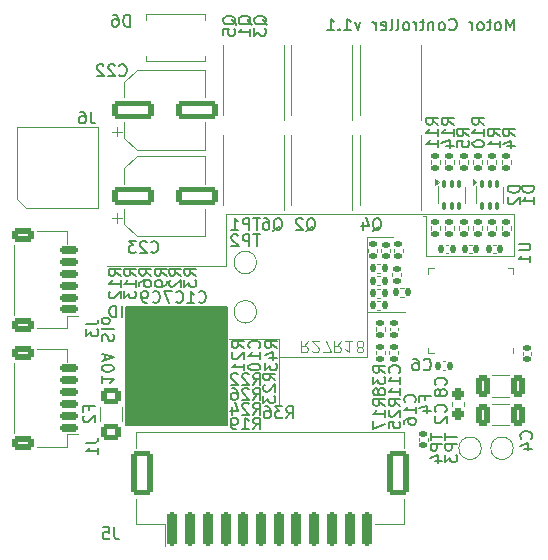
<source format=gbr>
%TF.GenerationSoftware,KiCad,Pcbnew,9.0.3*%
%TF.CreationDate,2025-07-31T21:13:17-04:00*%
%TF.ProjectId,motor-controller,6d6f746f-722d-4636-9f6e-74726f6c6c65,1*%
%TF.SameCoordinates,Original*%
%TF.FileFunction,Legend,Bot*%
%TF.FilePolarity,Positive*%
%FSLAX46Y46*%
G04 Gerber Fmt 4.6, Leading zero omitted, Abs format (unit mm)*
G04 Created by KiCad (PCBNEW 9.0.3) date 2025-07-31 21:13:17*
%MOMM*%
%LPD*%
G01*
G04 APERTURE LIST*
G04 Aperture macros list*
%AMRoundRect*
0 Rectangle with rounded corners*
0 $1 Rounding radius*
0 $2 $3 $4 $5 $6 $7 $8 $9 X,Y pos of 4 corners*
0 Add a 4 corners polygon primitive as box body*
4,1,4,$2,$3,$4,$5,$6,$7,$8,$9,$2,$3,0*
0 Add four circle primitives for the rounded corners*
1,1,$1+$1,$2,$3*
1,1,$1+$1,$4,$5*
1,1,$1+$1,$6,$7*
1,1,$1+$1,$8,$9*
0 Add four rect primitives between the rounded corners*
20,1,$1+$1,$2,$3,$4,$5,0*
20,1,$1+$1,$4,$5,$6,$7,0*
20,1,$1+$1,$6,$7,$8,$9,0*
20,1,$1+$1,$8,$9,$2,$3,0*%
G04 Aperture macros list end*
%ADD10C,0.050000*%
%ADD11C,0.153000*%
%ADD12C,0.150000*%
%ADD13C,0.100000*%
%ADD14C,0.120000*%
%ADD15C,3.600000*%
%ADD16C,6.400000*%
%ADD17RoundRect,0.140000X-0.170000X0.140000X-0.170000X-0.140000X0.170000X-0.140000X0.170000X0.140000X0*%
%ADD18R,2.200000X0.800000*%
%ADD19RoundRect,0.200000X-0.200000X-1.250000X0.200000X-1.250000X0.200000X1.250000X-0.200000X1.250000X0*%
%ADD20RoundRect,0.250000X-0.650000X-1.650000X0.650000X-1.650000X0.650000X1.650000X-0.650000X1.650000X0*%
%ADD21RoundRect,0.135000X0.185000X-0.135000X0.185000X0.135000X-0.185000X0.135000X-0.185000X-0.135000X0*%
%ADD22R,0.650000X1.150000*%
%ADD23R,4.600000X4.650000*%
%ADD24C,1.500000*%
%ADD25RoundRect,0.250000X-1.500000X-0.550000X1.500000X-0.550000X1.500000X0.550000X-1.500000X0.550000X0*%
%ADD26RoundRect,0.250000X-0.325000X-0.650000X0.325000X-0.650000X0.325000X0.650000X-0.325000X0.650000X0*%
%ADD27RoundRect,0.140000X0.140000X0.170000X-0.140000X0.170000X-0.140000X-0.170000X0.140000X-0.170000X0*%
%ADD28RoundRect,0.135000X-0.135000X-0.185000X0.135000X-0.185000X0.135000X0.185000X-0.135000X0.185000X0*%
%ADD29RoundRect,0.250001X-0.624999X0.462499X-0.624999X-0.462499X0.624999X-0.462499X0.624999X0.462499X0*%
%ADD30RoundRect,0.150000X0.625000X-0.150000X0.625000X0.150000X-0.625000X0.150000X-0.625000X-0.150000X0*%
%ADD31RoundRect,0.250000X0.650000X-0.350000X0.650000X0.350000X-0.650000X0.350000X-0.650000X-0.350000X0*%
%ADD32RoundRect,0.135000X-0.185000X0.135000X-0.185000X-0.135000X0.185000X-0.135000X0.185000X0.135000X0*%
%ADD33RoundRect,0.140000X0.170000X-0.140000X0.170000X0.140000X-0.170000X0.140000X-0.170000X-0.140000X0*%
%ADD34RoundRect,0.237500X0.237500X-0.287500X0.237500X0.287500X-0.237500X0.287500X-0.237500X-0.287500X0*%
%ADD35R,2.500000X2.300000*%
%ADD36R,1.200000X3.400000*%
%ADD37R,0.600000X3.400000*%
%ADD38RoundRect,0.100000X-0.100000X0.225000X-0.100000X-0.225000X0.100000X-0.225000X0.100000X0.225000X0*%
%ADD39R,0.300000X0.850000*%
%ADD40R,0.850000X0.300000*%
%ADD41R,2.800000X2.800000*%
G04 APERTURE END LIST*
D10*
X206300000Y-140900000D02*
X230700000Y-140900000D01*
X206300000Y-145300000D02*
X196200000Y-145300000D01*
X210800000Y-153000000D02*
X210800000Y-151500000D01*
X220400000Y-142900000D02*
X218200000Y-142900000D01*
X218200000Y-153000000D02*
X218200000Y-142900000D01*
X221400000Y-149200000D02*
X218200000Y-149200000D01*
X223200000Y-141100000D02*
X223000000Y-141100000D01*
X223200000Y-144500000D02*
X223200000Y-141100000D01*
X210800000Y-151500000D02*
X206500000Y-151500000D01*
X210800000Y-157000000D02*
X210800000Y-153000000D01*
X230700000Y-144500000D02*
X223200000Y-144500000D01*
X206300000Y-145300000D02*
X206300000Y-140900000D01*
X218200000Y-153000000D02*
X210800000Y-153000000D01*
X230700000Y-140900000D02*
X230700000Y-144500000D01*
D11*
X197800000Y-148800000D02*
X206400000Y-148800000D01*
X206400000Y-158800000D01*
X197800000Y-158800000D01*
X197800000Y-148800000D01*
G36*
X197800000Y-148800000D02*
G01*
X206400000Y-148800000D01*
X206400000Y-158800000D01*
X197800000Y-158800000D01*
X197800000Y-148800000D01*
G37*
X197461247Y-149669663D02*
X197461247Y-148669663D01*
X196985057Y-149669663D02*
X196985057Y-148669663D01*
X196985057Y-148669663D02*
X196746962Y-148669663D01*
X196746962Y-148669663D02*
X196604105Y-148717282D01*
X196604105Y-148717282D02*
X196508867Y-148812520D01*
X196508867Y-148812520D02*
X196461248Y-148907758D01*
X196461248Y-148907758D02*
X196413629Y-149098234D01*
X196413629Y-149098234D02*
X196413629Y-149241091D01*
X196413629Y-149241091D02*
X196461248Y-149431567D01*
X196461248Y-149431567D02*
X196508867Y-149526805D01*
X196508867Y-149526805D02*
X196604105Y-149622044D01*
X196604105Y-149622044D02*
X196746962Y-149669663D01*
X196746962Y-149669663D02*
X196985057Y-149669663D01*
X230661247Y-125369663D02*
X230661247Y-124369663D01*
X230661247Y-124369663D02*
X230327914Y-125083948D01*
X230327914Y-125083948D02*
X229994581Y-124369663D01*
X229994581Y-124369663D02*
X229994581Y-125369663D01*
X229375533Y-125369663D02*
X229470771Y-125322044D01*
X229470771Y-125322044D02*
X229518390Y-125274424D01*
X229518390Y-125274424D02*
X229566009Y-125179186D01*
X229566009Y-125179186D02*
X229566009Y-124893472D01*
X229566009Y-124893472D02*
X229518390Y-124798234D01*
X229518390Y-124798234D02*
X229470771Y-124750615D01*
X229470771Y-124750615D02*
X229375533Y-124702996D01*
X229375533Y-124702996D02*
X229232676Y-124702996D01*
X229232676Y-124702996D02*
X229137438Y-124750615D01*
X229137438Y-124750615D02*
X229089819Y-124798234D01*
X229089819Y-124798234D02*
X229042200Y-124893472D01*
X229042200Y-124893472D02*
X229042200Y-125179186D01*
X229042200Y-125179186D02*
X229089819Y-125274424D01*
X229089819Y-125274424D02*
X229137438Y-125322044D01*
X229137438Y-125322044D02*
X229232676Y-125369663D01*
X229232676Y-125369663D02*
X229375533Y-125369663D01*
X228756485Y-124702996D02*
X228375533Y-124702996D01*
X228613628Y-124369663D02*
X228613628Y-125226805D01*
X228613628Y-125226805D02*
X228566009Y-125322044D01*
X228566009Y-125322044D02*
X228470771Y-125369663D01*
X228470771Y-125369663D02*
X228375533Y-125369663D01*
X227899342Y-125369663D02*
X227994580Y-125322044D01*
X227994580Y-125322044D02*
X228042199Y-125274424D01*
X228042199Y-125274424D02*
X228089818Y-125179186D01*
X228089818Y-125179186D02*
X228089818Y-124893472D01*
X228089818Y-124893472D02*
X228042199Y-124798234D01*
X228042199Y-124798234D02*
X227994580Y-124750615D01*
X227994580Y-124750615D02*
X227899342Y-124702996D01*
X227899342Y-124702996D02*
X227756485Y-124702996D01*
X227756485Y-124702996D02*
X227661247Y-124750615D01*
X227661247Y-124750615D02*
X227613628Y-124798234D01*
X227613628Y-124798234D02*
X227566009Y-124893472D01*
X227566009Y-124893472D02*
X227566009Y-125179186D01*
X227566009Y-125179186D02*
X227613628Y-125274424D01*
X227613628Y-125274424D02*
X227661247Y-125322044D01*
X227661247Y-125322044D02*
X227756485Y-125369663D01*
X227756485Y-125369663D02*
X227899342Y-125369663D01*
X227137437Y-125369663D02*
X227137437Y-124702996D01*
X227137437Y-124893472D02*
X227089818Y-124798234D01*
X227089818Y-124798234D02*
X227042199Y-124750615D01*
X227042199Y-124750615D02*
X226946961Y-124702996D01*
X226946961Y-124702996D02*
X226851723Y-124702996D01*
X225185056Y-125274424D02*
X225232675Y-125322044D01*
X225232675Y-125322044D02*
X225375532Y-125369663D01*
X225375532Y-125369663D02*
X225470770Y-125369663D01*
X225470770Y-125369663D02*
X225613627Y-125322044D01*
X225613627Y-125322044D02*
X225708865Y-125226805D01*
X225708865Y-125226805D02*
X225756484Y-125131567D01*
X225756484Y-125131567D02*
X225804103Y-124941091D01*
X225804103Y-124941091D02*
X225804103Y-124798234D01*
X225804103Y-124798234D02*
X225756484Y-124607758D01*
X225756484Y-124607758D02*
X225708865Y-124512520D01*
X225708865Y-124512520D02*
X225613627Y-124417282D01*
X225613627Y-124417282D02*
X225470770Y-124369663D01*
X225470770Y-124369663D02*
X225375532Y-124369663D01*
X225375532Y-124369663D02*
X225232675Y-124417282D01*
X225232675Y-124417282D02*
X225185056Y-124464901D01*
X224613627Y-125369663D02*
X224708865Y-125322044D01*
X224708865Y-125322044D02*
X224756484Y-125274424D01*
X224756484Y-125274424D02*
X224804103Y-125179186D01*
X224804103Y-125179186D02*
X224804103Y-124893472D01*
X224804103Y-124893472D02*
X224756484Y-124798234D01*
X224756484Y-124798234D02*
X224708865Y-124750615D01*
X224708865Y-124750615D02*
X224613627Y-124702996D01*
X224613627Y-124702996D02*
X224470770Y-124702996D01*
X224470770Y-124702996D02*
X224375532Y-124750615D01*
X224375532Y-124750615D02*
X224327913Y-124798234D01*
X224327913Y-124798234D02*
X224280294Y-124893472D01*
X224280294Y-124893472D02*
X224280294Y-125179186D01*
X224280294Y-125179186D02*
X224327913Y-125274424D01*
X224327913Y-125274424D02*
X224375532Y-125322044D01*
X224375532Y-125322044D02*
X224470770Y-125369663D01*
X224470770Y-125369663D02*
X224613627Y-125369663D01*
X223851722Y-124702996D02*
X223851722Y-125369663D01*
X223851722Y-124798234D02*
X223804103Y-124750615D01*
X223804103Y-124750615D02*
X223708865Y-124702996D01*
X223708865Y-124702996D02*
X223566008Y-124702996D01*
X223566008Y-124702996D02*
X223470770Y-124750615D01*
X223470770Y-124750615D02*
X223423151Y-124845853D01*
X223423151Y-124845853D02*
X223423151Y-125369663D01*
X223089817Y-124702996D02*
X222708865Y-124702996D01*
X222946960Y-124369663D02*
X222946960Y-125226805D01*
X222946960Y-125226805D02*
X222899341Y-125322044D01*
X222899341Y-125322044D02*
X222804103Y-125369663D01*
X222804103Y-125369663D02*
X222708865Y-125369663D01*
X222375531Y-125369663D02*
X222375531Y-124702996D01*
X222375531Y-124893472D02*
X222327912Y-124798234D01*
X222327912Y-124798234D02*
X222280293Y-124750615D01*
X222280293Y-124750615D02*
X222185055Y-124702996D01*
X222185055Y-124702996D02*
X222089817Y-124702996D01*
X221613626Y-125369663D02*
X221708864Y-125322044D01*
X221708864Y-125322044D02*
X221756483Y-125274424D01*
X221756483Y-125274424D02*
X221804102Y-125179186D01*
X221804102Y-125179186D02*
X221804102Y-124893472D01*
X221804102Y-124893472D02*
X221756483Y-124798234D01*
X221756483Y-124798234D02*
X221708864Y-124750615D01*
X221708864Y-124750615D02*
X221613626Y-124702996D01*
X221613626Y-124702996D02*
X221470769Y-124702996D01*
X221470769Y-124702996D02*
X221375531Y-124750615D01*
X221375531Y-124750615D02*
X221327912Y-124798234D01*
X221327912Y-124798234D02*
X221280293Y-124893472D01*
X221280293Y-124893472D02*
X221280293Y-125179186D01*
X221280293Y-125179186D02*
X221327912Y-125274424D01*
X221327912Y-125274424D02*
X221375531Y-125322044D01*
X221375531Y-125322044D02*
X221470769Y-125369663D01*
X221470769Y-125369663D02*
X221613626Y-125369663D01*
X220708864Y-125369663D02*
X220804102Y-125322044D01*
X220804102Y-125322044D02*
X220851721Y-125226805D01*
X220851721Y-125226805D02*
X220851721Y-124369663D01*
X220185054Y-125369663D02*
X220280292Y-125322044D01*
X220280292Y-125322044D02*
X220327911Y-125226805D01*
X220327911Y-125226805D02*
X220327911Y-124369663D01*
X219423149Y-125322044D02*
X219518387Y-125369663D01*
X219518387Y-125369663D02*
X219708863Y-125369663D01*
X219708863Y-125369663D02*
X219804101Y-125322044D01*
X219804101Y-125322044D02*
X219851720Y-125226805D01*
X219851720Y-125226805D02*
X219851720Y-124845853D01*
X219851720Y-124845853D02*
X219804101Y-124750615D01*
X219804101Y-124750615D02*
X219708863Y-124702996D01*
X219708863Y-124702996D02*
X219518387Y-124702996D01*
X219518387Y-124702996D02*
X219423149Y-124750615D01*
X219423149Y-124750615D02*
X219375530Y-124845853D01*
X219375530Y-124845853D02*
X219375530Y-124941091D01*
X219375530Y-124941091D02*
X219851720Y-125036329D01*
X218946958Y-125369663D02*
X218946958Y-124702996D01*
X218946958Y-124893472D02*
X218899339Y-124798234D01*
X218899339Y-124798234D02*
X218851720Y-124750615D01*
X218851720Y-124750615D02*
X218756482Y-124702996D01*
X218756482Y-124702996D02*
X218661244Y-124702996D01*
X217661243Y-124702996D02*
X217423148Y-125369663D01*
X217423148Y-125369663D02*
X217185053Y-124702996D01*
X216280291Y-125369663D02*
X216851719Y-125369663D01*
X216566005Y-125369663D02*
X216566005Y-124369663D01*
X216566005Y-124369663D02*
X216661243Y-124512520D01*
X216661243Y-124512520D02*
X216756481Y-124607758D01*
X216756481Y-124607758D02*
X216851719Y-124655377D01*
X215851719Y-125274424D02*
X215804100Y-125322044D01*
X215804100Y-125322044D02*
X215851719Y-125369663D01*
X215851719Y-125369663D02*
X215899338Y-125322044D01*
X215899338Y-125322044D02*
X215851719Y-125274424D01*
X215851719Y-125274424D02*
X215851719Y-125369663D01*
X214851720Y-125369663D02*
X215423148Y-125369663D01*
X215137434Y-125369663D02*
X215137434Y-124369663D01*
X215137434Y-124369663D02*
X215232672Y-124512520D01*
X215232672Y-124512520D02*
X215327910Y-124607758D01*
X215327910Y-124607758D02*
X215423148Y-124655377D01*
X195780336Y-154637438D02*
X195780336Y-155208866D01*
X195780336Y-154923152D02*
X196780336Y-154923152D01*
X196780336Y-154923152D02*
X196637479Y-155018390D01*
X196637479Y-155018390D02*
X196542241Y-155113628D01*
X196542241Y-155113628D02*
X196494622Y-155208866D01*
X196780336Y-154018390D02*
X196780336Y-153923152D01*
X196780336Y-153923152D02*
X196732717Y-153827914D01*
X196732717Y-153827914D02*
X196685098Y-153780295D01*
X196685098Y-153780295D02*
X196589860Y-153732676D01*
X196589860Y-153732676D02*
X196399384Y-153685057D01*
X196399384Y-153685057D02*
X196161289Y-153685057D01*
X196161289Y-153685057D02*
X195970813Y-153732676D01*
X195970813Y-153732676D02*
X195875575Y-153780295D01*
X195875575Y-153780295D02*
X195827956Y-153827914D01*
X195827956Y-153827914D02*
X195780336Y-153923152D01*
X195780336Y-153923152D02*
X195780336Y-154018390D01*
X195780336Y-154018390D02*
X195827956Y-154113628D01*
X195827956Y-154113628D02*
X195875575Y-154161247D01*
X195875575Y-154161247D02*
X195970813Y-154208866D01*
X195970813Y-154208866D02*
X196161289Y-154256485D01*
X196161289Y-154256485D02*
X196399384Y-154256485D01*
X196399384Y-154256485D02*
X196589860Y-154208866D01*
X196589860Y-154208866D02*
X196685098Y-154161247D01*
X196685098Y-154161247D02*
X196732717Y-154113628D01*
X196732717Y-154113628D02*
X196780336Y-154018390D01*
X196066051Y-153304104D02*
X196066051Y-152827914D01*
X195780336Y-153399342D02*
X196780336Y-153066009D01*
X196780336Y-153066009D02*
X195780336Y-152732676D01*
X195827956Y-151685056D02*
X195780336Y-151542199D01*
X195780336Y-151542199D02*
X195780336Y-151304104D01*
X195780336Y-151304104D02*
X195827956Y-151208866D01*
X195827956Y-151208866D02*
X195875575Y-151161247D01*
X195875575Y-151161247D02*
X195970813Y-151113628D01*
X195970813Y-151113628D02*
X196066051Y-151113628D01*
X196066051Y-151113628D02*
X196161289Y-151161247D01*
X196161289Y-151161247D02*
X196208908Y-151208866D01*
X196208908Y-151208866D02*
X196256527Y-151304104D01*
X196256527Y-151304104D02*
X196304146Y-151494580D01*
X196304146Y-151494580D02*
X196351765Y-151589818D01*
X196351765Y-151589818D02*
X196399384Y-151637437D01*
X196399384Y-151637437D02*
X196494622Y-151685056D01*
X196494622Y-151685056D02*
X196589860Y-151685056D01*
X196589860Y-151685056D02*
X196685098Y-151637437D01*
X196685098Y-151637437D02*
X196732717Y-151589818D01*
X196732717Y-151589818D02*
X196780336Y-151494580D01*
X196780336Y-151494580D02*
X196780336Y-151256485D01*
X196780336Y-151256485D02*
X196732717Y-151113628D01*
X195780336Y-150542199D02*
X195827956Y-150637437D01*
X195827956Y-150637437D02*
X195923194Y-150685056D01*
X195923194Y-150685056D02*
X196780336Y-150685056D01*
X195780336Y-150018389D02*
X195827956Y-150113627D01*
X195827956Y-150113627D02*
X195875575Y-150161246D01*
X195875575Y-150161246D02*
X195970813Y-150208865D01*
X195970813Y-150208865D02*
X196256527Y-150208865D01*
X196256527Y-150208865D02*
X196351765Y-150161246D01*
X196351765Y-150161246D02*
X196399384Y-150113627D01*
X196399384Y-150113627D02*
X196447003Y-150018389D01*
X196447003Y-150018389D02*
X196447003Y-149875532D01*
X196447003Y-149875532D02*
X196399384Y-149780294D01*
X196399384Y-149780294D02*
X196351765Y-149732675D01*
X196351765Y-149732675D02*
X196256527Y-149685056D01*
X196256527Y-149685056D02*
X195970813Y-149685056D01*
X195970813Y-149685056D02*
X195875575Y-149732675D01*
X195875575Y-149732675D02*
X195827956Y-149780294D01*
X195827956Y-149780294D02*
X195780336Y-149875532D01*
X195780336Y-149875532D02*
X195780336Y-150018389D01*
D12*
X232109580Y-159933333D02*
X232157200Y-159885714D01*
X232157200Y-159885714D02*
X232204819Y-159742857D01*
X232204819Y-159742857D02*
X232204819Y-159647619D01*
X232204819Y-159647619D02*
X232157200Y-159504762D01*
X232157200Y-159504762D02*
X232061961Y-159409524D01*
X232061961Y-159409524D02*
X231966723Y-159361905D01*
X231966723Y-159361905D02*
X231776247Y-159314286D01*
X231776247Y-159314286D02*
X231633390Y-159314286D01*
X231633390Y-159314286D02*
X231442914Y-159361905D01*
X231442914Y-159361905D02*
X231347676Y-159409524D01*
X231347676Y-159409524D02*
X231252438Y-159504762D01*
X231252438Y-159504762D02*
X231204819Y-159647619D01*
X231204819Y-159647619D02*
X231204819Y-159742857D01*
X231204819Y-159742857D02*
X231252438Y-159885714D01*
X231252438Y-159885714D02*
X231300057Y-159933333D01*
X231538152Y-160790476D02*
X232204819Y-160790476D01*
X231157200Y-160552381D02*
X231871485Y-160314286D01*
X231871485Y-160314286D02*
X231871485Y-160933333D01*
X194833333Y-132254819D02*
X194833333Y-132969104D01*
X194833333Y-132969104D02*
X194880952Y-133111961D01*
X194880952Y-133111961D02*
X194976190Y-133207200D01*
X194976190Y-133207200D02*
X195119047Y-133254819D01*
X195119047Y-133254819D02*
X195214285Y-133254819D01*
X193928571Y-132254819D02*
X194119047Y-132254819D01*
X194119047Y-132254819D02*
X194214285Y-132302438D01*
X194214285Y-132302438D02*
X194261904Y-132350057D01*
X194261904Y-132350057D02*
X194357142Y-132492914D01*
X194357142Y-132492914D02*
X194404761Y-132683390D01*
X194404761Y-132683390D02*
X194404761Y-133064342D01*
X194404761Y-133064342D02*
X194357142Y-133159580D01*
X194357142Y-133159580D02*
X194309523Y-133207200D01*
X194309523Y-133207200D02*
X194214285Y-133254819D01*
X194214285Y-133254819D02*
X194023809Y-133254819D01*
X194023809Y-133254819D02*
X193928571Y-133207200D01*
X193928571Y-133207200D02*
X193880952Y-133159580D01*
X193880952Y-133159580D02*
X193833333Y-133064342D01*
X193833333Y-133064342D02*
X193833333Y-132826247D01*
X193833333Y-132826247D02*
X193880952Y-132731009D01*
X193880952Y-132731009D02*
X193928571Y-132683390D01*
X193928571Y-132683390D02*
X194023809Y-132635771D01*
X194023809Y-132635771D02*
X194214285Y-132635771D01*
X194214285Y-132635771D02*
X194309523Y-132683390D01*
X194309523Y-132683390D02*
X194357142Y-132731009D01*
X194357142Y-132731009D02*
X194404761Y-132826247D01*
X196833333Y-167454819D02*
X196833333Y-168169104D01*
X196833333Y-168169104D02*
X196880952Y-168311961D01*
X196880952Y-168311961D02*
X196976190Y-168407200D01*
X196976190Y-168407200D02*
X197119047Y-168454819D01*
X197119047Y-168454819D02*
X197214285Y-168454819D01*
X195880952Y-167454819D02*
X196357142Y-167454819D01*
X196357142Y-167454819D02*
X196404761Y-167931009D01*
X196404761Y-167931009D02*
X196357142Y-167883390D01*
X196357142Y-167883390D02*
X196261904Y-167835771D01*
X196261904Y-167835771D02*
X196023809Y-167835771D01*
X196023809Y-167835771D02*
X195928571Y-167883390D01*
X195928571Y-167883390D02*
X195880952Y-167931009D01*
X195880952Y-167931009D02*
X195833333Y-168026247D01*
X195833333Y-168026247D02*
X195833333Y-168264342D01*
X195833333Y-168264342D02*
X195880952Y-168359580D01*
X195880952Y-168359580D02*
X195928571Y-168407200D01*
X195928571Y-168407200D02*
X196023809Y-168454819D01*
X196023809Y-168454819D02*
X196261904Y-168454819D01*
X196261904Y-168454819D02*
X196357142Y-168407200D01*
X196357142Y-168407200D02*
X196404761Y-168359580D01*
X219754819Y-154357142D02*
X219278628Y-154023809D01*
X219754819Y-153785714D02*
X218754819Y-153785714D01*
X218754819Y-153785714D02*
X218754819Y-154166666D01*
X218754819Y-154166666D02*
X218802438Y-154261904D01*
X218802438Y-154261904D02*
X218850057Y-154309523D01*
X218850057Y-154309523D02*
X218945295Y-154357142D01*
X218945295Y-154357142D02*
X219088152Y-154357142D01*
X219088152Y-154357142D02*
X219183390Y-154309523D01*
X219183390Y-154309523D02*
X219231009Y-154261904D01*
X219231009Y-154261904D02*
X219278628Y-154166666D01*
X219278628Y-154166666D02*
X219278628Y-153785714D01*
X218754819Y-154690476D02*
X218754819Y-155309523D01*
X218754819Y-155309523D02*
X219135771Y-154976190D01*
X219135771Y-154976190D02*
X219135771Y-155119047D01*
X219135771Y-155119047D02*
X219183390Y-155214285D01*
X219183390Y-155214285D02*
X219231009Y-155261904D01*
X219231009Y-155261904D02*
X219326247Y-155309523D01*
X219326247Y-155309523D02*
X219564342Y-155309523D01*
X219564342Y-155309523D02*
X219659580Y-155261904D01*
X219659580Y-155261904D02*
X219707200Y-155214285D01*
X219707200Y-155214285D02*
X219754819Y-155119047D01*
X219754819Y-155119047D02*
X219754819Y-154833333D01*
X219754819Y-154833333D02*
X219707200Y-154738095D01*
X219707200Y-154738095D02*
X219659580Y-154690476D01*
X219183390Y-155880952D02*
X219135771Y-155785714D01*
X219135771Y-155785714D02*
X219088152Y-155738095D01*
X219088152Y-155738095D02*
X218992914Y-155690476D01*
X218992914Y-155690476D02*
X218945295Y-155690476D01*
X218945295Y-155690476D02*
X218850057Y-155738095D01*
X218850057Y-155738095D02*
X218802438Y-155785714D01*
X218802438Y-155785714D02*
X218754819Y-155880952D01*
X218754819Y-155880952D02*
X218754819Y-156071428D01*
X218754819Y-156071428D02*
X218802438Y-156166666D01*
X218802438Y-156166666D02*
X218850057Y-156214285D01*
X218850057Y-156214285D02*
X218945295Y-156261904D01*
X218945295Y-156261904D02*
X218992914Y-156261904D01*
X218992914Y-156261904D02*
X219088152Y-156214285D01*
X219088152Y-156214285D02*
X219135771Y-156166666D01*
X219135771Y-156166666D02*
X219183390Y-156071428D01*
X219183390Y-156071428D02*
X219183390Y-155880952D01*
X219183390Y-155880952D02*
X219231009Y-155785714D01*
X219231009Y-155785714D02*
X219278628Y-155738095D01*
X219278628Y-155738095D02*
X219373866Y-155690476D01*
X219373866Y-155690476D02*
X219564342Y-155690476D01*
X219564342Y-155690476D02*
X219659580Y-155738095D01*
X219659580Y-155738095D02*
X219707200Y-155785714D01*
X219707200Y-155785714D02*
X219754819Y-155880952D01*
X219754819Y-155880952D02*
X219754819Y-156071428D01*
X219754819Y-156071428D02*
X219707200Y-156166666D01*
X219707200Y-156166666D02*
X219659580Y-156214285D01*
X219659580Y-156214285D02*
X219564342Y-156261904D01*
X219564342Y-156261904D02*
X219373866Y-156261904D01*
X219373866Y-156261904D02*
X219278628Y-156214285D01*
X219278628Y-156214285D02*
X219231009Y-156166666D01*
X219231009Y-156166666D02*
X219183390Y-156071428D01*
X209750057Y-124904761D02*
X209702438Y-124809523D01*
X209702438Y-124809523D02*
X209607200Y-124714285D01*
X209607200Y-124714285D02*
X209464342Y-124571428D01*
X209464342Y-124571428D02*
X209416723Y-124476190D01*
X209416723Y-124476190D02*
X209416723Y-124380952D01*
X209654819Y-124428571D02*
X209607200Y-124333333D01*
X209607200Y-124333333D02*
X209511961Y-124238095D01*
X209511961Y-124238095D02*
X209321485Y-124190476D01*
X209321485Y-124190476D02*
X208988152Y-124190476D01*
X208988152Y-124190476D02*
X208797676Y-124238095D01*
X208797676Y-124238095D02*
X208702438Y-124333333D01*
X208702438Y-124333333D02*
X208654819Y-124428571D01*
X208654819Y-124428571D02*
X208654819Y-124619047D01*
X208654819Y-124619047D02*
X208702438Y-124714285D01*
X208702438Y-124714285D02*
X208797676Y-124809523D01*
X208797676Y-124809523D02*
X208988152Y-124857142D01*
X208988152Y-124857142D02*
X209321485Y-124857142D01*
X209321485Y-124857142D02*
X209511961Y-124809523D01*
X209511961Y-124809523D02*
X209607200Y-124714285D01*
X209607200Y-124714285D02*
X209654819Y-124619047D01*
X209654819Y-124619047D02*
X209654819Y-124428571D01*
X208654819Y-125190476D02*
X208654819Y-125809523D01*
X208654819Y-125809523D02*
X209035771Y-125476190D01*
X209035771Y-125476190D02*
X209035771Y-125619047D01*
X209035771Y-125619047D02*
X209083390Y-125714285D01*
X209083390Y-125714285D02*
X209131009Y-125761904D01*
X209131009Y-125761904D02*
X209226247Y-125809523D01*
X209226247Y-125809523D02*
X209464342Y-125809523D01*
X209464342Y-125809523D02*
X209559580Y-125761904D01*
X209559580Y-125761904D02*
X209607200Y-125714285D01*
X209607200Y-125714285D02*
X209654819Y-125619047D01*
X209654819Y-125619047D02*
X209654819Y-125333333D01*
X209654819Y-125333333D02*
X209607200Y-125238095D01*
X209607200Y-125238095D02*
X209559580Y-125190476D01*
X224854819Y-159488095D02*
X224854819Y-160059523D01*
X225854819Y-159773809D02*
X224854819Y-159773809D01*
X225854819Y-160392857D02*
X224854819Y-160392857D01*
X224854819Y-160392857D02*
X224854819Y-160773809D01*
X224854819Y-160773809D02*
X224902438Y-160869047D01*
X224902438Y-160869047D02*
X224950057Y-160916666D01*
X224950057Y-160916666D02*
X225045295Y-160964285D01*
X225045295Y-160964285D02*
X225188152Y-160964285D01*
X225188152Y-160964285D02*
X225283390Y-160916666D01*
X225283390Y-160916666D02*
X225331009Y-160869047D01*
X225331009Y-160869047D02*
X225378628Y-160773809D01*
X225378628Y-160773809D02*
X225378628Y-160392857D01*
X224854819Y-161297619D02*
X224854819Y-161916666D01*
X224854819Y-161916666D02*
X225235771Y-161583333D01*
X225235771Y-161583333D02*
X225235771Y-161726190D01*
X225235771Y-161726190D02*
X225283390Y-161821428D01*
X225283390Y-161821428D02*
X225331009Y-161869047D01*
X225331009Y-161869047D02*
X225426247Y-161916666D01*
X225426247Y-161916666D02*
X225664342Y-161916666D01*
X225664342Y-161916666D02*
X225759580Y-161869047D01*
X225759580Y-161869047D02*
X225807200Y-161821428D01*
X225807200Y-161821428D02*
X225854819Y-161726190D01*
X225854819Y-161726190D02*
X225854819Y-161440476D01*
X225854819Y-161440476D02*
X225807200Y-161345238D01*
X225807200Y-161345238D02*
X225759580Y-161297619D01*
X219754819Y-157157142D02*
X219278628Y-156823809D01*
X219754819Y-156585714D02*
X218754819Y-156585714D01*
X218754819Y-156585714D02*
X218754819Y-156966666D01*
X218754819Y-156966666D02*
X218802438Y-157061904D01*
X218802438Y-157061904D02*
X218850057Y-157109523D01*
X218850057Y-157109523D02*
X218945295Y-157157142D01*
X218945295Y-157157142D02*
X219088152Y-157157142D01*
X219088152Y-157157142D02*
X219183390Y-157109523D01*
X219183390Y-157109523D02*
X219231009Y-157061904D01*
X219231009Y-157061904D02*
X219278628Y-156966666D01*
X219278628Y-156966666D02*
X219278628Y-156585714D01*
X219754819Y-158109523D02*
X219754819Y-157538095D01*
X219754819Y-157823809D02*
X218754819Y-157823809D01*
X218754819Y-157823809D02*
X218897676Y-157728571D01*
X218897676Y-157728571D02*
X218992914Y-157633333D01*
X218992914Y-157633333D02*
X219040533Y-157538095D01*
X218754819Y-158442857D02*
X218754819Y-159109523D01*
X218754819Y-159109523D02*
X219754819Y-158680952D01*
X207150057Y-124904761D02*
X207102438Y-124809523D01*
X207102438Y-124809523D02*
X207007200Y-124714285D01*
X207007200Y-124714285D02*
X206864342Y-124571428D01*
X206864342Y-124571428D02*
X206816723Y-124476190D01*
X206816723Y-124476190D02*
X206816723Y-124380952D01*
X207054819Y-124428571D02*
X207007200Y-124333333D01*
X207007200Y-124333333D02*
X206911961Y-124238095D01*
X206911961Y-124238095D02*
X206721485Y-124190476D01*
X206721485Y-124190476D02*
X206388152Y-124190476D01*
X206388152Y-124190476D02*
X206197676Y-124238095D01*
X206197676Y-124238095D02*
X206102438Y-124333333D01*
X206102438Y-124333333D02*
X206054819Y-124428571D01*
X206054819Y-124428571D02*
X206054819Y-124619047D01*
X206054819Y-124619047D02*
X206102438Y-124714285D01*
X206102438Y-124714285D02*
X206197676Y-124809523D01*
X206197676Y-124809523D02*
X206388152Y-124857142D01*
X206388152Y-124857142D02*
X206721485Y-124857142D01*
X206721485Y-124857142D02*
X206911961Y-124809523D01*
X206911961Y-124809523D02*
X207007200Y-124714285D01*
X207007200Y-124714285D02*
X207054819Y-124619047D01*
X207054819Y-124619047D02*
X207054819Y-124428571D01*
X206054819Y-125761904D02*
X206054819Y-125285714D01*
X206054819Y-125285714D02*
X206531009Y-125238095D01*
X206531009Y-125238095D02*
X206483390Y-125285714D01*
X206483390Y-125285714D02*
X206435771Y-125380952D01*
X206435771Y-125380952D02*
X206435771Y-125619047D01*
X206435771Y-125619047D02*
X206483390Y-125714285D01*
X206483390Y-125714285D02*
X206531009Y-125761904D01*
X206531009Y-125761904D02*
X206626247Y-125809523D01*
X206626247Y-125809523D02*
X206864342Y-125809523D01*
X206864342Y-125809523D02*
X206959580Y-125761904D01*
X206959580Y-125761904D02*
X207007200Y-125714285D01*
X207007200Y-125714285D02*
X207054819Y-125619047D01*
X207054819Y-125619047D02*
X207054819Y-125380952D01*
X207054819Y-125380952D02*
X207007200Y-125285714D01*
X207007200Y-125285714D02*
X206959580Y-125238095D01*
X199942857Y-144109580D02*
X199990476Y-144157200D01*
X199990476Y-144157200D02*
X200133333Y-144204819D01*
X200133333Y-144204819D02*
X200228571Y-144204819D01*
X200228571Y-144204819D02*
X200371428Y-144157200D01*
X200371428Y-144157200D02*
X200466666Y-144061961D01*
X200466666Y-144061961D02*
X200514285Y-143966723D01*
X200514285Y-143966723D02*
X200561904Y-143776247D01*
X200561904Y-143776247D02*
X200561904Y-143633390D01*
X200561904Y-143633390D02*
X200514285Y-143442914D01*
X200514285Y-143442914D02*
X200466666Y-143347676D01*
X200466666Y-143347676D02*
X200371428Y-143252438D01*
X200371428Y-143252438D02*
X200228571Y-143204819D01*
X200228571Y-143204819D02*
X200133333Y-143204819D01*
X200133333Y-143204819D02*
X199990476Y-143252438D01*
X199990476Y-143252438D02*
X199942857Y-143300057D01*
X199561904Y-143300057D02*
X199514285Y-143252438D01*
X199514285Y-143252438D02*
X199419047Y-143204819D01*
X199419047Y-143204819D02*
X199180952Y-143204819D01*
X199180952Y-143204819D02*
X199085714Y-143252438D01*
X199085714Y-143252438D02*
X199038095Y-143300057D01*
X199038095Y-143300057D02*
X198990476Y-143395295D01*
X198990476Y-143395295D02*
X198990476Y-143490533D01*
X198990476Y-143490533D02*
X199038095Y-143633390D01*
X199038095Y-143633390D02*
X199609523Y-144204819D01*
X199609523Y-144204819D02*
X198990476Y-144204819D01*
X198657142Y-143204819D02*
X198038095Y-143204819D01*
X198038095Y-143204819D02*
X198371428Y-143585771D01*
X198371428Y-143585771D02*
X198228571Y-143585771D01*
X198228571Y-143585771D02*
X198133333Y-143633390D01*
X198133333Y-143633390D02*
X198085714Y-143681009D01*
X198085714Y-143681009D02*
X198038095Y-143776247D01*
X198038095Y-143776247D02*
X198038095Y-144014342D01*
X198038095Y-144014342D02*
X198085714Y-144109580D01*
X198085714Y-144109580D02*
X198133333Y-144157200D01*
X198133333Y-144157200D02*
X198228571Y-144204819D01*
X198228571Y-144204819D02*
X198514285Y-144204819D01*
X198514285Y-144204819D02*
X198609523Y-144157200D01*
X198609523Y-144157200D02*
X198657142Y-144109580D01*
X224859580Y-155383333D02*
X224907200Y-155335714D01*
X224907200Y-155335714D02*
X224954819Y-155192857D01*
X224954819Y-155192857D02*
X224954819Y-155097619D01*
X224954819Y-155097619D02*
X224907200Y-154954762D01*
X224907200Y-154954762D02*
X224811961Y-154859524D01*
X224811961Y-154859524D02*
X224716723Y-154811905D01*
X224716723Y-154811905D02*
X224526247Y-154764286D01*
X224526247Y-154764286D02*
X224383390Y-154764286D01*
X224383390Y-154764286D02*
X224192914Y-154811905D01*
X224192914Y-154811905D02*
X224097676Y-154859524D01*
X224097676Y-154859524D02*
X224002438Y-154954762D01*
X224002438Y-154954762D02*
X223954819Y-155097619D01*
X223954819Y-155097619D02*
X223954819Y-155192857D01*
X223954819Y-155192857D02*
X224002438Y-155335714D01*
X224002438Y-155335714D02*
X224050057Y-155383333D01*
X224383390Y-155954762D02*
X224335771Y-155859524D01*
X224335771Y-155859524D02*
X224288152Y-155811905D01*
X224288152Y-155811905D02*
X224192914Y-155764286D01*
X224192914Y-155764286D02*
X224145295Y-155764286D01*
X224145295Y-155764286D02*
X224050057Y-155811905D01*
X224050057Y-155811905D02*
X224002438Y-155859524D01*
X224002438Y-155859524D02*
X223954819Y-155954762D01*
X223954819Y-155954762D02*
X223954819Y-156145238D01*
X223954819Y-156145238D02*
X224002438Y-156240476D01*
X224002438Y-156240476D02*
X224050057Y-156288095D01*
X224050057Y-156288095D02*
X224145295Y-156335714D01*
X224145295Y-156335714D02*
X224192914Y-156335714D01*
X224192914Y-156335714D02*
X224288152Y-156288095D01*
X224288152Y-156288095D02*
X224335771Y-156240476D01*
X224335771Y-156240476D02*
X224383390Y-156145238D01*
X224383390Y-156145238D02*
X224383390Y-155954762D01*
X224383390Y-155954762D02*
X224431009Y-155859524D01*
X224431009Y-155859524D02*
X224478628Y-155811905D01*
X224478628Y-155811905D02*
X224573866Y-155764286D01*
X224573866Y-155764286D02*
X224764342Y-155764286D01*
X224764342Y-155764286D02*
X224859580Y-155811905D01*
X224859580Y-155811905D02*
X224907200Y-155859524D01*
X224907200Y-155859524D02*
X224954819Y-155954762D01*
X224954819Y-155954762D02*
X224954819Y-156145238D01*
X224954819Y-156145238D02*
X224907200Y-156240476D01*
X224907200Y-156240476D02*
X224859580Y-156288095D01*
X224859580Y-156288095D02*
X224764342Y-156335714D01*
X224764342Y-156335714D02*
X224573866Y-156335714D01*
X224573866Y-156335714D02*
X224478628Y-156288095D01*
X224478628Y-156288095D02*
X224431009Y-156240476D01*
X224431009Y-156240476D02*
X224383390Y-156145238D01*
X208450057Y-124904761D02*
X208402438Y-124809523D01*
X208402438Y-124809523D02*
X208307200Y-124714285D01*
X208307200Y-124714285D02*
X208164342Y-124571428D01*
X208164342Y-124571428D02*
X208116723Y-124476190D01*
X208116723Y-124476190D02*
X208116723Y-124380952D01*
X208354819Y-124428571D02*
X208307200Y-124333333D01*
X208307200Y-124333333D02*
X208211961Y-124238095D01*
X208211961Y-124238095D02*
X208021485Y-124190476D01*
X208021485Y-124190476D02*
X207688152Y-124190476D01*
X207688152Y-124190476D02*
X207497676Y-124238095D01*
X207497676Y-124238095D02*
X207402438Y-124333333D01*
X207402438Y-124333333D02*
X207354819Y-124428571D01*
X207354819Y-124428571D02*
X207354819Y-124619047D01*
X207354819Y-124619047D02*
X207402438Y-124714285D01*
X207402438Y-124714285D02*
X207497676Y-124809523D01*
X207497676Y-124809523D02*
X207688152Y-124857142D01*
X207688152Y-124857142D02*
X208021485Y-124857142D01*
X208021485Y-124857142D02*
X208211961Y-124809523D01*
X208211961Y-124809523D02*
X208307200Y-124714285D01*
X208307200Y-124714285D02*
X208354819Y-124619047D01*
X208354819Y-124619047D02*
X208354819Y-124428571D01*
X208354819Y-125809523D02*
X208354819Y-125238095D01*
X208354819Y-125523809D02*
X207354819Y-125523809D01*
X207354819Y-125523809D02*
X207497676Y-125428571D01*
X207497676Y-125428571D02*
X207592914Y-125333333D01*
X207592914Y-125333333D02*
X207640533Y-125238095D01*
X202066666Y-148359580D02*
X202114285Y-148407200D01*
X202114285Y-148407200D02*
X202257142Y-148454819D01*
X202257142Y-148454819D02*
X202352380Y-148454819D01*
X202352380Y-148454819D02*
X202495237Y-148407200D01*
X202495237Y-148407200D02*
X202590475Y-148311961D01*
X202590475Y-148311961D02*
X202638094Y-148216723D01*
X202638094Y-148216723D02*
X202685713Y-148026247D01*
X202685713Y-148026247D02*
X202685713Y-147883390D01*
X202685713Y-147883390D02*
X202638094Y-147692914D01*
X202638094Y-147692914D02*
X202590475Y-147597676D01*
X202590475Y-147597676D02*
X202495237Y-147502438D01*
X202495237Y-147502438D02*
X202352380Y-147454819D01*
X202352380Y-147454819D02*
X202257142Y-147454819D01*
X202257142Y-147454819D02*
X202114285Y-147502438D01*
X202114285Y-147502438D02*
X202066666Y-147550057D01*
X201733332Y-147454819D02*
X201066666Y-147454819D01*
X201066666Y-147454819D02*
X201495237Y-148454819D01*
X225554819Y-133357142D02*
X225078628Y-133023809D01*
X225554819Y-132785714D02*
X224554819Y-132785714D01*
X224554819Y-132785714D02*
X224554819Y-133166666D01*
X224554819Y-133166666D02*
X224602438Y-133261904D01*
X224602438Y-133261904D02*
X224650057Y-133309523D01*
X224650057Y-133309523D02*
X224745295Y-133357142D01*
X224745295Y-133357142D02*
X224888152Y-133357142D01*
X224888152Y-133357142D02*
X224983390Y-133309523D01*
X224983390Y-133309523D02*
X225031009Y-133261904D01*
X225031009Y-133261904D02*
X225078628Y-133166666D01*
X225078628Y-133166666D02*
X225078628Y-132785714D01*
X225554819Y-134309523D02*
X225554819Y-133738095D01*
X225554819Y-134023809D02*
X224554819Y-134023809D01*
X224554819Y-134023809D02*
X224697676Y-133928571D01*
X224697676Y-133928571D02*
X224792914Y-133833333D01*
X224792914Y-133833333D02*
X224840533Y-133738095D01*
X224888152Y-135166666D02*
X225554819Y-135166666D01*
X224507200Y-134928571D02*
X225221485Y-134690476D01*
X225221485Y-134690476D02*
X225221485Y-135309523D01*
X228154819Y-133357142D02*
X227678628Y-133023809D01*
X228154819Y-132785714D02*
X227154819Y-132785714D01*
X227154819Y-132785714D02*
X227154819Y-133166666D01*
X227154819Y-133166666D02*
X227202438Y-133261904D01*
X227202438Y-133261904D02*
X227250057Y-133309523D01*
X227250057Y-133309523D02*
X227345295Y-133357142D01*
X227345295Y-133357142D02*
X227488152Y-133357142D01*
X227488152Y-133357142D02*
X227583390Y-133309523D01*
X227583390Y-133309523D02*
X227631009Y-133261904D01*
X227631009Y-133261904D02*
X227678628Y-133166666D01*
X227678628Y-133166666D02*
X227678628Y-132785714D01*
X228154819Y-134309523D02*
X228154819Y-133738095D01*
X228154819Y-134023809D02*
X227154819Y-134023809D01*
X227154819Y-134023809D02*
X227297676Y-133928571D01*
X227297676Y-133928571D02*
X227392914Y-133833333D01*
X227392914Y-133833333D02*
X227440533Y-133738095D01*
X227154819Y-134928571D02*
X227154819Y-135023809D01*
X227154819Y-135023809D02*
X227202438Y-135119047D01*
X227202438Y-135119047D02*
X227250057Y-135166666D01*
X227250057Y-135166666D02*
X227345295Y-135214285D01*
X227345295Y-135214285D02*
X227535771Y-135261904D01*
X227535771Y-135261904D02*
X227773866Y-135261904D01*
X227773866Y-135261904D02*
X227964342Y-135214285D01*
X227964342Y-135214285D02*
X228059580Y-135166666D01*
X228059580Y-135166666D02*
X228107200Y-135119047D01*
X228107200Y-135119047D02*
X228154819Y-135023809D01*
X228154819Y-135023809D02*
X228154819Y-134928571D01*
X228154819Y-134928571D02*
X228107200Y-134833333D01*
X228107200Y-134833333D02*
X228059580Y-134785714D01*
X228059580Y-134785714D02*
X227964342Y-134738095D01*
X227964342Y-134738095D02*
X227773866Y-134690476D01*
X227773866Y-134690476D02*
X227535771Y-134690476D01*
X227535771Y-134690476D02*
X227345295Y-134738095D01*
X227345295Y-134738095D02*
X227250057Y-134785714D01*
X227250057Y-134785714D02*
X227202438Y-134833333D01*
X227202438Y-134833333D02*
X227154819Y-134928571D01*
X211392857Y-158204819D02*
X211726190Y-157728628D01*
X211964285Y-158204819D02*
X211964285Y-157204819D01*
X211964285Y-157204819D02*
X211583333Y-157204819D01*
X211583333Y-157204819D02*
X211488095Y-157252438D01*
X211488095Y-157252438D02*
X211440476Y-157300057D01*
X211440476Y-157300057D02*
X211392857Y-157395295D01*
X211392857Y-157395295D02*
X211392857Y-157538152D01*
X211392857Y-157538152D02*
X211440476Y-157633390D01*
X211440476Y-157633390D02*
X211488095Y-157681009D01*
X211488095Y-157681009D02*
X211583333Y-157728628D01*
X211583333Y-157728628D02*
X211964285Y-157728628D01*
X211059523Y-157204819D02*
X210440476Y-157204819D01*
X210440476Y-157204819D02*
X210773809Y-157585771D01*
X210773809Y-157585771D02*
X210630952Y-157585771D01*
X210630952Y-157585771D02*
X210535714Y-157633390D01*
X210535714Y-157633390D02*
X210488095Y-157681009D01*
X210488095Y-157681009D02*
X210440476Y-157776247D01*
X210440476Y-157776247D02*
X210440476Y-158014342D01*
X210440476Y-158014342D02*
X210488095Y-158109580D01*
X210488095Y-158109580D02*
X210535714Y-158157200D01*
X210535714Y-158157200D02*
X210630952Y-158204819D01*
X210630952Y-158204819D02*
X210916666Y-158204819D01*
X210916666Y-158204819D02*
X211011904Y-158157200D01*
X211011904Y-158157200D02*
X211059523Y-158109580D01*
X209583333Y-157204819D02*
X209773809Y-157204819D01*
X209773809Y-157204819D02*
X209869047Y-157252438D01*
X209869047Y-157252438D02*
X209916666Y-157300057D01*
X209916666Y-157300057D02*
X210011904Y-157442914D01*
X210011904Y-157442914D02*
X210059523Y-157633390D01*
X210059523Y-157633390D02*
X210059523Y-158014342D01*
X210059523Y-158014342D02*
X210011904Y-158109580D01*
X210011904Y-158109580D02*
X209964285Y-158157200D01*
X209964285Y-158157200D02*
X209869047Y-158204819D01*
X209869047Y-158204819D02*
X209678571Y-158204819D01*
X209678571Y-158204819D02*
X209583333Y-158157200D01*
X209583333Y-158157200D02*
X209535714Y-158109580D01*
X209535714Y-158109580D02*
X209488095Y-158014342D01*
X209488095Y-158014342D02*
X209488095Y-157776247D01*
X209488095Y-157776247D02*
X209535714Y-157681009D01*
X209535714Y-157681009D02*
X209583333Y-157633390D01*
X209583333Y-157633390D02*
X209678571Y-157585771D01*
X209678571Y-157585771D02*
X209869047Y-157585771D01*
X209869047Y-157585771D02*
X209964285Y-157633390D01*
X209964285Y-157633390D02*
X210011904Y-157681009D01*
X210011904Y-157681009D02*
X210059523Y-157776247D01*
X194661009Y-157516666D02*
X194661009Y-157183333D01*
X195184819Y-157183333D02*
X194184819Y-157183333D01*
X194184819Y-157183333D02*
X194184819Y-157659523D01*
X194280057Y-157992857D02*
X194232438Y-158040476D01*
X194232438Y-158040476D02*
X194184819Y-158135714D01*
X194184819Y-158135714D02*
X194184819Y-158373809D01*
X194184819Y-158373809D02*
X194232438Y-158469047D01*
X194232438Y-158469047D02*
X194280057Y-158516666D01*
X194280057Y-158516666D02*
X194375295Y-158564285D01*
X194375295Y-158564285D02*
X194470533Y-158564285D01*
X194470533Y-158564285D02*
X194613390Y-158516666D01*
X194613390Y-158516666D02*
X195184819Y-157945238D01*
X195184819Y-157945238D02*
X195184819Y-158564285D01*
X210604819Y-152257142D02*
X210128628Y-151923809D01*
X210604819Y-151685714D02*
X209604819Y-151685714D01*
X209604819Y-151685714D02*
X209604819Y-152066666D01*
X209604819Y-152066666D02*
X209652438Y-152161904D01*
X209652438Y-152161904D02*
X209700057Y-152209523D01*
X209700057Y-152209523D02*
X209795295Y-152257142D01*
X209795295Y-152257142D02*
X209938152Y-152257142D01*
X209938152Y-152257142D02*
X210033390Y-152209523D01*
X210033390Y-152209523D02*
X210081009Y-152161904D01*
X210081009Y-152161904D02*
X210128628Y-152066666D01*
X210128628Y-152066666D02*
X210128628Y-151685714D01*
X209938152Y-153114285D02*
X210604819Y-153114285D01*
X209557200Y-152876190D02*
X210271485Y-152638095D01*
X210271485Y-152638095D02*
X210271485Y-153257142D01*
X209604819Y-153542857D02*
X209604819Y-154161904D01*
X209604819Y-154161904D02*
X209985771Y-153828571D01*
X209985771Y-153828571D02*
X209985771Y-153971428D01*
X209985771Y-153971428D02*
X210033390Y-154066666D01*
X210033390Y-154066666D02*
X210081009Y-154114285D01*
X210081009Y-154114285D02*
X210176247Y-154161904D01*
X210176247Y-154161904D02*
X210414342Y-154161904D01*
X210414342Y-154161904D02*
X210509580Y-154114285D01*
X210509580Y-154114285D02*
X210557200Y-154066666D01*
X210557200Y-154066666D02*
X210604819Y-153971428D01*
X210604819Y-153971428D02*
X210604819Y-153685714D01*
X210604819Y-153685714D02*
X210557200Y-153590476D01*
X210557200Y-153590476D02*
X210509580Y-153542857D01*
X194454819Y-160266666D02*
X195169104Y-160266666D01*
X195169104Y-160266666D02*
X195311961Y-160219047D01*
X195311961Y-160219047D02*
X195407200Y-160123809D01*
X195407200Y-160123809D02*
X195454819Y-159980952D01*
X195454819Y-159980952D02*
X195454819Y-159885714D01*
X195454819Y-161266666D02*
X195454819Y-160695238D01*
X195454819Y-160980952D02*
X194454819Y-160980952D01*
X194454819Y-160980952D02*
X194597676Y-160885714D01*
X194597676Y-160885714D02*
X194692914Y-160790476D01*
X194692914Y-160790476D02*
X194740533Y-160695238D01*
X208592857Y-155404819D02*
X208926190Y-154928628D01*
X209164285Y-155404819D02*
X209164285Y-154404819D01*
X209164285Y-154404819D02*
X208783333Y-154404819D01*
X208783333Y-154404819D02*
X208688095Y-154452438D01*
X208688095Y-154452438D02*
X208640476Y-154500057D01*
X208640476Y-154500057D02*
X208592857Y-154595295D01*
X208592857Y-154595295D02*
X208592857Y-154738152D01*
X208592857Y-154738152D02*
X208640476Y-154833390D01*
X208640476Y-154833390D02*
X208688095Y-154881009D01*
X208688095Y-154881009D02*
X208783333Y-154928628D01*
X208783333Y-154928628D02*
X209164285Y-154928628D01*
X208211904Y-154500057D02*
X208164285Y-154452438D01*
X208164285Y-154452438D02*
X208069047Y-154404819D01*
X208069047Y-154404819D02*
X207830952Y-154404819D01*
X207830952Y-154404819D02*
X207735714Y-154452438D01*
X207735714Y-154452438D02*
X207688095Y-154500057D01*
X207688095Y-154500057D02*
X207640476Y-154595295D01*
X207640476Y-154595295D02*
X207640476Y-154690533D01*
X207640476Y-154690533D02*
X207688095Y-154833390D01*
X207688095Y-154833390D02*
X208259523Y-155404819D01*
X208259523Y-155404819D02*
X207640476Y-155404819D01*
X207259523Y-154500057D02*
X207211904Y-154452438D01*
X207211904Y-154452438D02*
X207116666Y-154404819D01*
X207116666Y-154404819D02*
X206878571Y-154404819D01*
X206878571Y-154404819D02*
X206783333Y-154452438D01*
X206783333Y-154452438D02*
X206735714Y-154500057D01*
X206735714Y-154500057D02*
X206688095Y-154595295D01*
X206688095Y-154595295D02*
X206688095Y-154690533D01*
X206688095Y-154690533D02*
X206735714Y-154833390D01*
X206735714Y-154833390D02*
X207307142Y-155404819D01*
X207307142Y-155404819D02*
X206688095Y-155404819D01*
X201254819Y-146133333D02*
X200778628Y-145800000D01*
X201254819Y-145561905D02*
X200254819Y-145561905D01*
X200254819Y-145561905D02*
X200254819Y-145942857D01*
X200254819Y-145942857D02*
X200302438Y-146038095D01*
X200302438Y-146038095D02*
X200350057Y-146085714D01*
X200350057Y-146085714D02*
X200445295Y-146133333D01*
X200445295Y-146133333D02*
X200588152Y-146133333D01*
X200588152Y-146133333D02*
X200683390Y-146085714D01*
X200683390Y-146085714D02*
X200731009Y-146038095D01*
X200731009Y-146038095D02*
X200778628Y-145942857D01*
X200778628Y-145942857D02*
X200778628Y-145561905D01*
X201254819Y-146609524D02*
X201254819Y-146800000D01*
X201254819Y-146800000D02*
X201207200Y-146895238D01*
X201207200Y-146895238D02*
X201159580Y-146942857D01*
X201159580Y-146942857D02*
X201016723Y-147038095D01*
X201016723Y-147038095D02*
X200826247Y-147085714D01*
X200826247Y-147085714D02*
X200445295Y-147085714D01*
X200445295Y-147085714D02*
X200350057Y-147038095D01*
X200350057Y-147038095D02*
X200302438Y-146990476D01*
X200302438Y-146990476D02*
X200254819Y-146895238D01*
X200254819Y-146895238D02*
X200254819Y-146704762D01*
X200254819Y-146704762D02*
X200302438Y-146609524D01*
X200302438Y-146609524D02*
X200350057Y-146561905D01*
X200350057Y-146561905D02*
X200445295Y-146514286D01*
X200445295Y-146514286D02*
X200683390Y-146514286D01*
X200683390Y-146514286D02*
X200778628Y-146561905D01*
X200778628Y-146561905D02*
X200826247Y-146609524D01*
X200826247Y-146609524D02*
X200873866Y-146704762D01*
X200873866Y-146704762D02*
X200873866Y-146895238D01*
X200873866Y-146895238D02*
X200826247Y-146990476D01*
X200826247Y-146990476D02*
X200778628Y-147038095D01*
X200778628Y-147038095D02*
X200683390Y-147085714D01*
X207779819Y-152257142D02*
X207303628Y-151923809D01*
X207779819Y-151685714D02*
X206779819Y-151685714D01*
X206779819Y-151685714D02*
X206779819Y-152066666D01*
X206779819Y-152066666D02*
X206827438Y-152161904D01*
X206827438Y-152161904D02*
X206875057Y-152209523D01*
X206875057Y-152209523D02*
X206970295Y-152257142D01*
X206970295Y-152257142D02*
X207113152Y-152257142D01*
X207113152Y-152257142D02*
X207208390Y-152209523D01*
X207208390Y-152209523D02*
X207256009Y-152161904D01*
X207256009Y-152161904D02*
X207303628Y-152066666D01*
X207303628Y-152066666D02*
X207303628Y-151685714D01*
X206875057Y-152638095D02*
X206827438Y-152685714D01*
X206827438Y-152685714D02*
X206779819Y-152780952D01*
X206779819Y-152780952D02*
X206779819Y-153019047D01*
X206779819Y-153019047D02*
X206827438Y-153114285D01*
X206827438Y-153114285D02*
X206875057Y-153161904D01*
X206875057Y-153161904D02*
X206970295Y-153209523D01*
X206970295Y-153209523D02*
X207065533Y-153209523D01*
X207065533Y-153209523D02*
X207208390Y-153161904D01*
X207208390Y-153161904D02*
X207779819Y-152590476D01*
X207779819Y-152590476D02*
X207779819Y-153209523D01*
X207779819Y-154161904D02*
X207779819Y-153590476D01*
X207779819Y-153876190D02*
X206779819Y-153876190D01*
X206779819Y-153876190D02*
X206922676Y-153780952D01*
X206922676Y-153780952D02*
X207017914Y-153685714D01*
X207017914Y-153685714D02*
X207065533Y-153590476D01*
X218695238Y-142350057D02*
X218790476Y-142302438D01*
X218790476Y-142302438D02*
X218885714Y-142207200D01*
X218885714Y-142207200D02*
X219028571Y-142064342D01*
X219028571Y-142064342D02*
X219123809Y-142016723D01*
X219123809Y-142016723D02*
X219219047Y-142016723D01*
X219171428Y-142254819D02*
X219266666Y-142207200D01*
X219266666Y-142207200D02*
X219361904Y-142111961D01*
X219361904Y-142111961D02*
X219409523Y-141921485D01*
X219409523Y-141921485D02*
X219409523Y-141588152D01*
X219409523Y-141588152D02*
X219361904Y-141397676D01*
X219361904Y-141397676D02*
X219266666Y-141302438D01*
X219266666Y-141302438D02*
X219171428Y-141254819D01*
X219171428Y-141254819D02*
X218980952Y-141254819D01*
X218980952Y-141254819D02*
X218885714Y-141302438D01*
X218885714Y-141302438D02*
X218790476Y-141397676D01*
X218790476Y-141397676D02*
X218742857Y-141588152D01*
X218742857Y-141588152D02*
X218742857Y-141921485D01*
X218742857Y-141921485D02*
X218790476Y-142111961D01*
X218790476Y-142111961D02*
X218885714Y-142207200D01*
X218885714Y-142207200D02*
X218980952Y-142254819D01*
X218980952Y-142254819D02*
X219171428Y-142254819D01*
X217885714Y-141588152D02*
X217885714Y-142254819D01*
X218123809Y-141207200D02*
X218361904Y-141921485D01*
X218361904Y-141921485D02*
X217742857Y-141921485D01*
X220959580Y-154357142D02*
X221007200Y-154309523D01*
X221007200Y-154309523D02*
X221054819Y-154166666D01*
X221054819Y-154166666D02*
X221054819Y-154071428D01*
X221054819Y-154071428D02*
X221007200Y-153928571D01*
X221007200Y-153928571D02*
X220911961Y-153833333D01*
X220911961Y-153833333D02*
X220816723Y-153785714D01*
X220816723Y-153785714D02*
X220626247Y-153738095D01*
X220626247Y-153738095D02*
X220483390Y-153738095D01*
X220483390Y-153738095D02*
X220292914Y-153785714D01*
X220292914Y-153785714D02*
X220197676Y-153833333D01*
X220197676Y-153833333D02*
X220102438Y-153928571D01*
X220102438Y-153928571D02*
X220054819Y-154071428D01*
X220054819Y-154071428D02*
X220054819Y-154166666D01*
X220054819Y-154166666D02*
X220102438Y-154309523D01*
X220102438Y-154309523D02*
X220150057Y-154357142D01*
X221054819Y-155309523D02*
X221054819Y-154738095D01*
X221054819Y-155023809D02*
X220054819Y-155023809D01*
X220054819Y-155023809D02*
X220197676Y-154928571D01*
X220197676Y-154928571D02*
X220292914Y-154833333D01*
X220292914Y-154833333D02*
X220340533Y-154738095D01*
X221054819Y-156261904D02*
X221054819Y-155690476D01*
X221054819Y-155976190D02*
X220054819Y-155976190D01*
X220054819Y-155976190D02*
X220197676Y-155880952D01*
X220197676Y-155880952D02*
X220292914Y-155785714D01*
X220292914Y-155785714D02*
X220340533Y-155690476D01*
X197354819Y-146157142D02*
X196878628Y-145823809D01*
X197354819Y-145585714D02*
X196354819Y-145585714D01*
X196354819Y-145585714D02*
X196354819Y-145966666D01*
X196354819Y-145966666D02*
X196402438Y-146061904D01*
X196402438Y-146061904D02*
X196450057Y-146109523D01*
X196450057Y-146109523D02*
X196545295Y-146157142D01*
X196545295Y-146157142D02*
X196688152Y-146157142D01*
X196688152Y-146157142D02*
X196783390Y-146109523D01*
X196783390Y-146109523D02*
X196831009Y-146061904D01*
X196831009Y-146061904D02*
X196878628Y-145966666D01*
X196878628Y-145966666D02*
X196878628Y-145585714D01*
X197354819Y-147109523D02*
X197354819Y-146538095D01*
X197354819Y-146823809D02*
X196354819Y-146823809D01*
X196354819Y-146823809D02*
X196497676Y-146728571D01*
X196497676Y-146728571D02*
X196592914Y-146633333D01*
X196592914Y-146633333D02*
X196640533Y-146538095D01*
X196450057Y-147490476D02*
X196402438Y-147538095D01*
X196402438Y-147538095D02*
X196354819Y-147633333D01*
X196354819Y-147633333D02*
X196354819Y-147871428D01*
X196354819Y-147871428D02*
X196402438Y-147966666D01*
X196402438Y-147966666D02*
X196450057Y-148014285D01*
X196450057Y-148014285D02*
X196545295Y-148061904D01*
X196545295Y-148061904D02*
X196640533Y-148061904D01*
X196640533Y-148061904D02*
X196783390Y-148014285D01*
X196783390Y-148014285D02*
X197354819Y-147442857D01*
X197354819Y-147442857D02*
X197354819Y-148061904D01*
X194454819Y-150266666D02*
X195169104Y-150266666D01*
X195169104Y-150266666D02*
X195311961Y-150219047D01*
X195311961Y-150219047D02*
X195407200Y-150123809D01*
X195407200Y-150123809D02*
X195454819Y-149980952D01*
X195454819Y-149980952D02*
X195454819Y-149885714D01*
X194454819Y-150647619D02*
X194454819Y-151266666D01*
X194454819Y-151266666D02*
X194835771Y-150933333D01*
X194835771Y-150933333D02*
X194835771Y-151076190D01*
X194835771Y-151076190D02*
X194883390Y-151171428D01*
X194883390Y-151171428D02*
X194931009Y-151219047D01*
X194931009Y-151219047D02*
X195026247Y-151266666D01*
X195026247Y-151266666D02*
X195264342Y-151266666D01*
X195264342Y-151266666D02*
X195359580Y-151219047D01*
X195359580Y-151219047D02*
X195407200Y-151171428D01*
X195407200Y-151171428D02*
X195454819Y-151076190D01*
X195454819Y-151076190D02*
X195454819Y-150790476D01*
X195454819Y-150790476D02*
X195407200Y-150695238D01*
X195407200Y-150695238D02*
X195359580Y-150647619D01*
X223604819Y-159488095D02*
X223604819Y-160059523D01*
X224604819Y-159773809D02*
X223604819Y-159773809D01*
X224604819Y-160392857D02*
X223604819Y-160392857D01*
X223604819Y-160392857D02*
X223604819Y-160773809D01*
X223604819Y-160773809D02*
X223652438Y-160869047D01*
X223652438Y-160869047D02*
X223700057Y-160916666D01*
X223700057Y-160916666D02*
X223795295Y-160964285D01*
X223795295Y-160964285D02*
X223938152Y-160964285D01*
X223938152Y-160964285D02*
X224033390Y-160916666D01*
X224033390Y-160916666D02*
X224081009Y-160869047D01*
X224081009Y-160869047D02*
X224128628Y-160773809D01*
X224128628Y-160773809D02*
X224128628Y-160392857D01*
X223938152Y-161821428D02*
X224604819Y-161821428D01*
X223557200Y-161583333D02*
X224271485Y-161345238D01*
X224271485Y-161345238D02*
X224271485Y-161964285D01*
X223131009Y-156666666D02*
X223131009Y-156333333D01*
X223654819Y-156333333D02*
X222654819Y-156333333D01*
X222654819Y-156333333D02*
X222654819Y-156809523D01*
X222988152Y-157619047D02*
X223654819Y-157619047D01*
X222607200Y-157380952D02*
X223321485Y-157142857D01*
X223321485Y-157142857D02*
X223321485Y-157761904D01*
X198138094Y-125054819D02*
X198138094Y-124054819D01*
X198138094Y-124054819D02*
X197899999Y-124054819D01*
X197899999Y-124054819D02*
X197757142Y-124102438D01*
X197757142Y-124102438D02*
X197661904Y-124197676D01*
X197661904Y-124197676D02*
X197614285Y-124292914D01*
X197614285Y-124292914D02*
X197566666Y-124483390D01*
X197566666Y-124483390D02*
X197566666Y-124626247D01*
X197566666Y-124626247D02*
X197614285Y-124816723D01*
X197614285Y-124816723D02*
X197661904Y-124911961D01*
X197661904Y-124911961D02*
X197757142Y-125007200D01*
X197757142Y-125007200D02*
X197899999Y-125054819D01*
X197899999Y-125054819D02*
X198138094Y-125054819D01*
X196709523Y-124054819D02*
X196899999Y-124054819D01*
X196899999Y-124054819D02*
X196995237Y-124102438D01*
X196995237Y-124102438D02*
X197042856Y-124150057D01*
X197042856Y-124150057D02*
X197138094Y-124292914D01*
X197138094Y-124292914D02*
X197185713Y-124483390D01*
X197185713Y-124483390D02*
X197185713Y-124864342D01*
X197185713Y-124864342D02*
X197138094Y-124959580D01*
X197138094Y-124959580D02*
X197090475Y-125007200D01*
X197090475Y-125007200D02*
X196995237Y-125054819D01*
X196995237Y-125054819D02*
X196804761Y-125054819D01*
X196804761Y-125054819D02*
X196709523Y-125007200D01*
X196709523Y-125007200D02*
X196661904Y-124959580D01*
X196661904Y-124959580D02*
X196614285Y-124864342D01*
X196614285Y-124864342D02*
X196614285Y-124626247D01*
X196614285Y-124626247D02*
X196661904Y-124531009D01*
X196661904Y-124531009D02*
X196709523Y-124483390D01*
X196709523Y-124483390D02*
X196804761Y-124435771D01*
X196804761Y-124435771D02*
X196995237Y-124435771D01*
X196995237Y-124435771D02*
X197090475Y-124483390D01*
X197090475Y-124483390D02*
X197138094Y-124531009D01*
X197138094Y-124531009D02*
X197185713Y-124626247D01*
X210454819Y-155007142D02*
X209978628Y-154673809D01*
X210454819Y-154435714D02*
X209454819Y-154435714D01*
X209454819Y-154435714D02*
X209454819Y-154816666D01*
X209454819Y-154816666D02*
X209502438Y-154911904D01*
X209502438Y-154911904D02*
X209550057Y-154959523D01*
X209550057Y-154959523D02*
X209645295Y-155007142D01*
X209645295Y-155007142D02*
X209788152Y-155007142D01*
X209788152Y-155007142D02*
X209883390Y-154959523D01*
X209883390Y-154959523D02*
X209931009Y-154911904D01*
X209931009Y-154911904D02*
X209978628Y-154816666D01*
X209978628Y-154816666D02*
X209978628Y-154435714D01*
X209550057Y-155388095D02*
X209502438Y-155435714D01*
X209502438Y-155435714D02*
X209454819Y-155530952D01*
X209454819Y-155530952D02*
X209454819Y-155769047D01*
X209454819Y-155769047D02*
X209502438Y-155864285D01*
X209502438Y-155864285D02*
X209550057Y-155911904D01*
X209550057Y-155911904D02*
X209645295Y-155959523D01*
X209645295Y-155959523D02*
X209740533Y-155959523D01*
X209740533Y-155959523D02*
X209883390Y-155911904D01*
X209883390Y-155911904D02*
X210454819Y-155340476D01*
X210454819Y-155340476D02*
X210454819Y-155959523D01*
X209454819Y-156292857D02*
X209454819Y-156911904D01*
X209454819Y-156911904D02*
X209835771Y-156578571D01*
X209835771Y-156578571D02*
X209835771Y-156721428D01*
X209835771Y-156721428D02*
X209883390Y-156816666D01*
X209883390Y-156816666D02*
X209931009Y-156864285D01*
X209931009Y-156864285D02*
X210026247Y-156911904D01*
X210026247Y-156911904D02*
X210264342Y-156911904D01*
X210264342Y-156911904D02*
X210359580Y-156864285D01*
X210359580Y-156864285D02*
X210407200Y-156816666D01*
X210407200Y-156816666D02*
X210454819Y-156721428D01*
X210454819Y-156721428D02*
X210454819Y-156435714D01*
X210454819Y-156435714D02*
X210407200Y-156340476D01*
X210407200Y-156340476D02*
X210359580Y-156292857D01*
X197242857Y-129159580D02*
X197290476Y-129207200D01*
X197290476Y-129207200D02*
X197433333Y-129254819D01*
X197433333Y-129254819D02*
X197528571Y-129254819D01*
X197528571Y-129254819D02*
X197671428Y-129207200D01*
X197671428Y-129207200D02*
X197766666Y-129111961D01*
X197766666Y-129111961D02*
X197814285Y-129016723D01*
X197814285Y-129016723D02*
X197861904Y-128826247D01*
X197861904Y-128826247D02*
X197861904Y-128683390D01*
X197861904Y-128683390D02*
X197814285Y-128492914D01*
X197814285Y-128492914D02*
X197766666Y-128397676D01*
X197766666Y-128397676D02*
X197671428Y-128302438D01*
X197671428Y-128302438D02*
X197528571Y-128254819D01*
X197528571Y-128254819D02*
X197433333Y-128254819D01*
X197433333Y-128254819D02*
X197290476Y-128302438D01*
X197290476Y-128302438D02*
X197242857Y-128350057D01*
X196861904Y-128350057D02*
X196814285Y-128302438D01*
X196814285Y-128302438D02*
X196719047Y-128254819D01*
X196719047Y-128254819D02*
X196480952Y-128254819D01*
X196480952Y-128254819D02*
X196385714Y-128302438D01*
X196385714Y-128302438D02*
X196338095Y-128350057D01*
X196338095Y-128350057D02*
X196290476Y-128445295D01*
X196290476Y-128445295D02*
X196290476Y-128540533D01*
X196290476Y-128540533D02*
X196338095Y-128683390D01*
X196338095Y-128683390D02*
X196909523Y-129254819D01*
X196909523Y-129254819D02*
X196290476Y-129254819D01*
X195909523Y-128350057D02*
X195861904Y-128302438D01*
X195861904Y-128302438D02*
X195766666Y-128254819D01*
X195766666Y-128254819D02*
X195528571Y-128254819D01*
X195528571Y-128254819D02*
X195433333Y-128302438D01*
X195433333Y-128302438D02*
X195385714Y-128350057D01*
X195385714Y-128350057D02*
X195338095Y-128445295D01*
X195338095Y-128445295D02*
X195338095Y-128540533D01*
X195338095Y-128540533D02*
X195385714Y-128683390D01*
X195385714Y-128683390D02*
X195957142Y-129254819D01*
X195957142Y-129254819D02*
X195338095Y-129254819D01*
X200066666Y-148359580D02*
X200114285Y-148407200D01*
X200114285Y-148407200D02*
X200257142Y-148454819D01*
X200257142Y-148454819D02*
X200352380Y-148454819D01*
X200352380Y-148454819D02*
X200495237Y-148407200D01*
X200495237Y-148407200D02*
X200590475Y-148311961D01*
X200590475Y-148311961D02*
X200638094Y-148216723D01*
X200638094Y-148216723D02*
X200685713Y-148026247D01*
X200685713Y-148026247D02*
X200685713Y-147883390D01*
X200685713Y-147883390D02*
X200638094Y-147692914D01*
X200638094Y-147692914D02*
X200590475Y-147597676D01*
X200590475Y-147597676D02*
X200495237Y-147502438D01*
X200495237Y-147502438D02*
X200352380Y-147454819D01*
X200352380Y-147454819D02*
X200257142Y-147454819D01*
X200257142Y-147454819D02*
X200114285Y-147502438D01*
X200114285Y-147502438D02*
X200066666Y-147550057D01*
X199590475Y-148454819D02*
X199399999Y-148454819D01*
X199399999Y-148454819D02*
X199304761Y-148407200D01*
X199304761Y-148407200D02*
X199257142Y-148359580D01*
X199257142Y-148359580D02*
X199161904Y-148216723D01*
X199161904Y-148216723D02*
X199114285Y-148026247D01*
X199114285Y-148026247D02*
X199114285Y-147645295D01*
X199114285Y-147645295D02*
X199161904Y-147550057D01*
X199161904Y-147550057D02*
X199209523Y-147502438D01*
X199209523Y-147502438D02*
X199304761Y-147454819D01*
X199304761Y-147454819D02*
X199495237Y-147454819D01*
X199495237Y-147454819D02*
X199590475Y-147502438D01*
X199590475Y-147502438D02*
X199638094Y-147550057D01*
X199638094Y-147550057D02*
X199685713Y-147645295D01*
X199685713Y-147645295D02*
X199685713Y-147883390D01*
X199685713Y-147883390D02*
X199638094Y-147978628D01*
X199638094Y-147978628D02*
X199590475Y-148026247D01*
X199590475Y-148026247D02*
X199495237Y-148073866D01*
X199495237Y-148073866D02*
X199304761Y-148073866D01*
X199304761Y-148073866D02*
X199209523Y-148026247D01*
X199209523Y-148026247D02*
X199161904Y-147978628D01*
X199161904Y-147978628D02*
X199114285Y-147883390D01*
X226854819Y-134333333D02*
X226378628Y-134000000D01*
X226854819Y-133761905D02*
X225854819Y-133761905D01*
X225854819Y-133761905D02*
X225854819Y-134142857D01*
X225854819Y-134142857D02*
X225902438Y-134238095D01*
X225902438Y-134238095D02*
X225950057Y-134285714D01*
X225950057Y-134285714D02*
X226045295Y-134333333D01*
X226045295Y-134333333D02*
X226188152Y-134333333D01*
X226188152Y-134333333D02*
X226283390Y-134285714D01*
X226283390Y-134285714D02*
X226331009Y-134238095D01*
X226331009Y-134238095D02*
X226378628Y-134142857D01*
X226378628Y-134142857D02*
X226378628Y-133761905D01*
X225854819Y-135238095D02*
X225854819Y-134761905D01*
X225854819Y-134761905D02*
X226331009Y-134714286D01*
X226331009Y-134714286D02*
X226283390Y-134761905D01*
X226283390Y-134761905D02*
X226235771Y-134857143D01*
X226235771Y-134857143D02*
X226235771Y-135095238D01*
X226235771Y-135095238D02*
X226283390Y-135190476D01*
X226283390Y-135190476D02*
X226331009Y-135238095D01*
X226331009Y-135238095D02*
X226426247Y-135285714D01*
X226426247Y-135285714D02*
X226664342Y-135285714D01*
X226664342Y-135285714D02*
X226759580Y-135238095D01*
X226759580Y-135238095D02*
X226807200Y-135190476D01*
X226807200Y-135190476D02*
X226854819Y-135095238D01*
X226854819Y-135095238D02*
X226854819Y-134857143D01*
X226854819Y-134857143D02*
X226807200Y-134761905D01*
X226807200Y-134761905D02*
X226759580Y-134714286D01*
D13*
X213207142Y-151642580D02*
X212873809Y-152118771D01*
X212635714Y-151642580D02*
X212635714Y-152642580D01*
X212635714Y-152642580D02*
X213016666Y-152642580D01*
X213016666Y-152642580D02*
X213111904Y-152594961D01*
X213111904Y-152594961D02*
X213159523Y-152547342D01*
X213159523Y-152547342D02*
X213207142Y-152452104D01*
X213207142Y-152452104D02*
X213207142Y-152309247D01*
X213207142Y-152309247D02*
X213159523Y-152214009D01*
X213159523Y-152214009D02*
X213111904Y-152166390D01*
X213111904Y-152166390D02*
X213016666Y-152118771D01*
X213016666Y-152118771D02*
X212635714Y-152118771D01*
X213588095Y-152547342D02*
X213635714Y-152594961D01*
X213635714Y-152594961D02*
X213730952Y-152642580D01*
X213730952Y-152642580D02*
X213969047Y-152642580D01*
X213969047Y-152642580D02*
X214064285Y-152594961D01*
X214064285Y-152594961D02*
X214111904Y-152547342D01*
X214111904Y-152547342D02*
X214159523Y-152452104D01*
X214159523Y-152452104D02*
X214159523Y-152356866D01*
X214159523Y-152356866D02*
X214111904Y-152214009D01*
X214111904Y-152214009D02*
X213540476Y-151642580D01*
X213540476Y-151642580D02*
X214159523Y-151642580D01*
X214492857Y-152642580D02*
X215159523Y-152642580D01*
X215159523Y-152642580D02*
X214730952Y-151642580D01*
D12*
X231154819Y-138561905D02*
X230154819Y-138561905D01*
X230154819Y-138561905D02*
X230154819Y-138800000D01*
X230154819Y-138800000D02*
X230202438Y-138942857D01*
X230202438Y-138942857D02*
X230297676Y-139038095D01*
X230297676Y-139038095D02*
X230392914Y-139085714D01*
X230392914Y-139085714D02*
X230583390Y-139133333D01*
X230583390Y-139133333D02*
X230726247Y-139133333D01*
X230726247Y-139133333D02*
X230916723Y-139085714D01*
X230916723Y-139085714D02*
X231011961Y-139038095D01*
X231011961Y-139038095D02*
X231107200Y-138942857D01*
X231107200Y-138942857D02*
X231154819Y-138800000D01*
X231154819Y-138800000D02*
X231154819Y-138561905D01*
X230250057Y-139514286D02*
X230202438Y-139561905D01*
X230202438Y-139561905D02*
X230154819Y-139657143D01*
X230154819Y-139657143D02*
X230154819Y-139895238D01*
X230154819Y-139895238D02*
X230202438Y-139990476D01*
X230202438Y-139990476D02*
X230250057Y-140038095D01*
X230250057Y-140038095D02*
X230345295Y-140085714D01*
X230345295Y-140085714D02*
X230440533Y-140085714D01*
X230440533Y-140085714D02*
X230583390Y-140038095D01*
X230583390Y-140038095D02*
X231154819Y-139466667D01*
X231154819Y-139466667D02*
X231154819Y-140085714D01*
X202454819Y-146133333D02*
X201978628Y-145800000D01*
X202454819Y-145561905D02*
X201454819Y-145561905D01*
X201454819Y-145561905D02*
X201454819Y-145942857D01*
X201454819Y-145942857D02*
X201502438Y-146038095D01*
X201502438Y-146038095D02*
X201550057Y-146085714D01*
X201550057Y-146085714D02*
X201645295Y-146133333D01*
X201645295Y-146133333D02*
X201788152Y-146133333D01*
X201788152Y-146133333D02*
X201883390Y-146085714D01*
X201883390Y-146085714D02*
X201931009Y-146038095D01*
X201931009Y-146038095D02*
X201978628Y-145942857D01*
X201978628Y-145942857D02*
X201978628Y-145561905D01*
X201550057Y-146514286D02*
X201502438Y-146561905D01*
X201502438Y-146561905D02*
X201454819Y-146657143D01*
X201454819Y-146657143D02*
X201454819Y-146895238D01*
X201454819Y-146895238D02*
X201502438Y-146990476D01*
X201502438Y-146990476D02*
X201550057Y-147038095D01*
X201550057Y-147038095D02*
X201645295Y-147085714D01*
X201645295Y-147085714D02*
X201740533Y-147085714D01*
X201740533Y-147085714D02*
X201883390Y-147038095D01*
X201883390Y-147038095D02*
X202454819Y-146466667D01*
X202454819Y-146466667D02*
X202454819Y-147085714D01*
D13*
X216007142Y-151642580D02*
X215673809Y-152118771D01*
X215435714Y-151642580D02*
X215435714Y-152642580D01*
X215435714Y-152642580D02*
X215816666Y-152642580D01*
X215816666Y-152642580D02*
X215911904Y-152594961D01*
X215911904Y-152594961D02*
X215959523Y-152547342D01*
X215959523Y-152547342D02*
X216007142Y-152452104D01*
X216007142Y-152452104D02*
X216007142Y-152309247D01*
X216007142Y-152309247D02*
X215959523Y-152214009D01*
X215959523Y-152214009D02*
X215911904Y-152166390D01*
X215911904Y-152166390D02*
X215816666Y-152118771D01*
X215816666Y-152118771D02*
X215435714Y-152118771D01*
X216959523Y-151642580D02*
X216388095Y-151642580D01*
X216673809Y-151642580D02*
X216673809Y-152642580D01*
X216673809Y-152642580D02*
X216578571Y-152499723D01*
X216578571Y-152499723D02*
X216483333Y-152404485D01*
X216483333Y-152404485D02*
X216388095Y-152356866D01*
X217530952Y-152214009D02*
X217435714Y-152261628D01*
X217435714Y-152261628D02*
X217388095Y-152309247D01*
X217388095Y-152309247D02*
X217340476Y-152404485D01*
X217340476Y-152404485D02*
X217340476Y-152452104D01*
X217340476Y-152452104D02*
X217388095Y-152547342D01*
X217388095Y-152547342D02*
X217435714Y-152594961D01*
X217435714Y-152594961D02*
X217530952Y-152642580D01*
X217530952Y-152642580D02*
X217721428Y-152642580D01*
X217721428Y-152642580D02*
X217816666Y-152594961D01*
X217816666Y-152594961D02*
X217864285Y-152547342D01*
X217864285Y-152547342D02*
X217911904Y-152452104D01*
X217911904Y-152452104D02*
X217911904Y-152404485D01*
X217911904Y-152404485D02*
X217864285Y-152309247D01*
X217864285Y-152309247D02*
X217816666Y-152261628D01*
X217816666Y-152261628D02*
X217721428Y-152214009D01*
X217721428Y-152214009D02*
X217530952Y-152214009D01*
X217530952Y-152214009D02*
X217435714Y-152166390D01*
X217435714Y-152166390D02*
X217388095Y-152118771D01*
X217388095Y-152118771D02*
X217340476Y-152023533D01*
X217340476Y-152023533D02*
X217340476Y-151833057D01*
X217340476Y-151833057D02*
X217388095Y-151737819D01*
X217388095Y-151737819D02*
X217435714Y-151690200D01*
X217435714Y-151690200D02*
X217530952Y-151642580D01*
X217530952Y-151642580D02*
X217721428Y-151642580D01*
X217721428Y-151642580D02*
X217816666Y-151690200D01*
X217816666Y-151690200D02*
X217864285Y-151737819D01*
X217864285Y-151737819D02*
X217911904Y-151833057D01*
X217911904Y-151833057D02*
X217911904Y-152023533D01*
X217911904Y-152023533D02*
X217864285Y-152118771D01*
X217864285Y-152118771D02*
X217816666Y-152166390D01*
X217816666Y-152166390D02*
X217721428Y-152214009D01*
D12*
X224254819Y-133357142D02*
X223778628Y-133023809D01*
X224254819Y-132785714D02*
X223254819Y-132785714D01*
X223254819Y-132785714D02*
X223254819Y-133166666D01*
X223254819Y-133166666D02*
X223302438Y-133261904D01*
X223302438Y-133261904D02*
X223350057Y-133309523D01*
X223350057Y-133309523D02*
X223445295Y-133357142D01*
X223445295Y-133357142D02*
X223588152Y-133357142D01*
X223588152Y-133357142D02*
X223683390Y-133309523D01*
X223683390Y-133309523D02*
X223731009Y-133261904D01*
X223731009Y-133261904D02*
X223778628Y-133166666D01*
X223778628Y-133166666D02*
X223778628Y-132785714D01*
X224254819Y-134309523D02*
X224254819Y-133738095D01*
X224254819Y-134023809D02*
X223254819Y-134023809D01*
X223254819Y-134023809D02*
X223397676Y-133928571D01*
X223397676Y-133928571D02*
X223492914Y-133833333D01*
X223492914Y-133833333D02*
X223540533Y-133738095D01*
X224254819Y-135261904D02*
X224254819Y-134690476D01*
X224254819Y-134976190D02*
X223254819Y-134976190D01*
X223254819Y-134976190D02*
X223397676Y-134880952D01*
X223397676Y-134880952D02*
X223492914Y-134785714D01*
X223492914Y-134785714D02*
X223540533Y-134690476D01*
X221054819Y-157157142D02*
X220578628Y-156823809D01*
X221054819Y-156585714D02*
X220054819Y-156585714D01*
X220054819Y-156585714D02*
X220054819Y-156966666D01*
X220054819Y-156966666D02*
X220102438Y-157061904D01*
X220102438Y-157061904D02*
X220150057Y-157109523D01*
X220150057Y-157109523D02*
X220245295Y-157157142D01*
X220245295Y-157157142D02*
X220388152Y-157157142D01*
X220388152Y-157157142D02*
X220483390Y-157109523D01*
X220483390Y-157109523D02*
X220531009Y-157061904D01*
X220531009Y-157061904D02*
X220578628Y-156966666D01*
X220578628Y-156966666D02*
X220578628Y-156585714D01*
X220150057Y-157538095D02*
X220102438Y-157585714D01*
X220102438Y-157585714D02*
X220054819Y-157680952D01*
X220054819Y-157680952D02*
X220054819Y-157919047D01*
X220054819Y-157919047D02*
X220102438Y-158014285D01*
X220102438Y-158014285D02*
X220150057Y-158061904D01*
X220150057Y-158061904D02*
X220245295Y-158109523D01*
X220245295Y-158109523D02*
X220340533Y-158109523D01*
X220340533Y-158109523D02*
X220483390Y-158061904D01*
X220483390Y-158061904D02*
X221054819Y-157490476D01*
X221054819Y-157490476D02*
X221054819Y-158109523D01*
X220054819Y-159014285D02*
X220054819Y-158538095D01*
X220054819Y-158538095D02*
X220531009Y-158490476D01*
X220531009Y-158490476D02*
X220483390Y-158538095D01*
X220483390Y-158538095D02*
X220435771Y-158633333D01*
X220435771Y-158633333D02*
X220435771Y-158871428D01*
X220435771Y-158871428D02*
X220483390Y-158966666D01*
X220483390Y-158966666D02*
X220531009Y-159014285D01*
X220531009Y-159014285D02*
X220626247Y-159061904D01*
X220626247Y-159061904D02*
X220864342Y-159061904D01*
X220864342Y-159061904D02*
X220959580Y-159014285D01*
X220959580Y-159014285D02*
X221007200Y-158966666D01*
X221007200Y-158966666D02*
X221054819Y-158871428D01*
X221054819Y-158871428D02*
X221054819Y-158633333D01*
X221054819Y-158633333D02*
X221007200Y-158538095D01*
X221007200Y-158538095D02*
X220959580Y-158490476D01*
X209161904Y-142654819D02*
X208590476Y-142654819D01*
X208876190Y-143654819D02*
X208876190Y-142654819D01*
X208257142Y-143654819D02*
X208257142Y-142654819D01*
X208257142Y-142654819D02*
X207876190Y-142654819D01*
X207876190Y-142654819D02*
X207780952Y-142702438D01*
X207780952Y-142702438D02*
X207733333Y-142750057D01*
X207733333Y-142750057D02*
X207685714Y-142845295D01*
X207685714Y-142845295D02*
X207685714Y-142988152D01*
X207685714Y-142988152D02*
X207733333Y-143083390D01*
X207733333Y-143083390D02*
X207780952Y-143131009D01*
X207780952Y-143131009D02*
X207876190Y-143178628D01*
X207876190Y-143178628D02*
X208257142Y-143178628D01*
X207304761Y-142750057D02*
X207257142Y-142702438D01*
X207257142Y-142702438D02*
X207161904Y-142654819D01*
X207161904Y-142654819D02*
X206923809Y-142654819D01*
X206923809Y-142654819D02*
X206828571Y-142702438D01*
X206828571Y-142702438D02*
X206780952Y-142750057D01*
X206780952Y-142750057D02*
X206733333Y-142845295D01*
X206733333Y-142845295D02*
X206733333Y-142940533D01*
X206733333Y-142940533D02*
X206780952Y-143083390D01*
X206780952Y-143083390D02*
X207352380Y-143654819D01*
X207352380Y-143654819D02*
X206733333Y-143654819D01*
X208592857Y-156654819D02*
X208926190Y-156178628D01*
X209164285Y-156654819D02*
X209164285Y-155654819D01*
X209164285Y-155654819D02*
X208783333Y-155654819D01*
X208783333Y-155654819D02*
X208688095Y-155702438D01*
X208688095Y-155702438D02*
X208640476Y-155750057D01*
X208640476Y-155750057D02*
X208592857Y-155845295D01*
X208592857Y-155845295D02*
X208592857Y-155988152D01*
X208592857Y-155988152D02*
X208640476Y-156083390D01*
X208640476Y-156083390D02*
X208688095Y-156131009D01*
X208688095Y-156131009D02*
X208783333Y-156178628D01*
X208783333Y-156178628D02*
X209164285Y-156178628D01*
X208211904Y-155750057D02*
X208164285Y-155702438D01*
X208164285Y-155702438D02*
X208069047Y-155654819D01*
X208069047Y-155654819D02*
X207830952Y-155654819D01*
X207830952Y-155654819D02*
X207735714Y-155702438D01*
X207735714Y-155702438D02*
X207688095Y-155750057D01*
X207688095Y-155750057D02*
X207640476Y-155845295D01*
X207640476Y-155845295D02*
X207640476Y-155940533D01*
X207640476Y-155940533D02*
X207688095Y-156083390D01*
X207688095Y-156083390D02*
X208259523Y-156654819D01*
X208259523Y-156654819D02*
X207640476Y-156654819D01*
X206783333Y-155654819D02*
X206973809Y-155654819D01*
X206973809Y-155654819D02*
X207069047Y-155702438D01*
X207069047Y-155702438D02*
X207116666Y-155750057D01*
X207116666Y-155750057D02*
X207211904Y-155892914D01*
X207211904Y-155892914D02*
X207259523Y-156083390D01*
X207259523Y-156083390D02*
X207259523Y-156464342D01*
X207259523Y-156464342D02*
X207211904Y-156559580D01*
X207211904Y-156559580D02*
X207164285Y-156607200D01*
X207164285Y-156607200D02*
X207069047Y-156654819D01*
X207069047Y-156654819D02*
X206878571Y-156654819D01*
X206878571Y-156654819D02*
X206783333Y-156607200D01*
X206783333Y-156607200D02*
X206735714Y-156559580D01*
X206735714Y-156559580D02*
X206688095Y-156464342D01*
X206688095Y-156464342D02*
X206688095Y-156226247D01*
X206688095Y-156226247D02*
X206735714Y-156131009D01*
X206735714Y-156131009D02*
X206783333Y-156083390D01*
X206783333Y-156083390D02*
X206878571Y-156035771D01*
X206878571Y-156035771D02*
X207069047Y-156035771D01*
X207069047Y-156035771D02*
X207164285Y-156083390D01*
X207164285Y-156083390D02*
X207211904Y-156131009D01*
X207211904Y-156131009D02*
X207259523Y-156226247D01*
X208592857Y-159154819D02*
X208926190Y-158678628D01*
X209164285Y-159154819D02*
X209164285Y-158154819D01*
X209164285Y-158154819D02*
X208783333Y-158154819D01*
X208783333Y-158154819D02*
X208688095Y-158202438D01*
X208688095Y-158202438D02*
X208640476Y-158250057D01*
X208640476Y-158250057D02*
X208592857Y-158345295D01*
X208592857Y-158345295D02*
X208592857Y-158488152D01*
X208592857Y-158488152D02*
X208640476Y-158583390D01*
X208640476Y-158583390D02*
X208688095Y-158631009D01*
X208688095Y-158631009D02*
X208783333Y-158678628D01*
X208783333Y-158678628D02*
X209164285Y-158678628D01*
X207640476Y-159154819D02*
X208211904Y-159154819D01*
X207926190Y-159154819D02*
X207926190Y-158154819D01*
X207926190Y-158154819D02*
X208021428Y-158297676D01*
X208021428Y-158297676D02*
X208116666Y-158392914D01*
X208116666Y-158392914D02*
X208211904Y-158440533D01*
X207164285Y-159154819D02*
X206973809Y-159154819D01*
X206973809Y-159154819D02*
X206878571Y-159107200D01*
X206878571Y-159107200D02*
X206830952Y-159059580D01*
X206830952Y-159059580D02*
X206735714Y-158916723D01*
X206735714Y-158916723D02*
X206688095Y-158726247D01*
X206688095Y-158726247D02*
X206688095Y-158345295D01*
X206688095Y-158345295D02*
X206735714Y-158250057D01*
X206735714Y-158250057D02*
X206783333Y-158202438D01*
X206783333Y-158202438D02*
X206878571Y-158154819D01*
X206878571Y-158154819D02*
X207069047Y-158154819D01*
X207069047Y-158154819D02*
X207164285Y-158202438D01*
X207164285Y-158202438D02*
X207211904Y-158250057D01*
X207211904Y-158250057D02*
X207259523Y-158345295D01*
X207259523Y-158345295D02*
X207259523Y-158583390D01*
X207259523Y-158583390D02*
X207211904Y-158678628D01*
X207211904Y-158678628D02*
X207164285Y-158726247D01*
X207164285Y-158726247D02*
X207069047Y-158773866D01*
X207069047Y-158773866D02*
X206878571Y-158773866D01*
X206878571Y-158773866D02*
X206783333Y-158726247D01*
X206783333Y-158726247D02*
X206735714Y-158678628D01*
X206735714Y-158678628D02*
X206688095Y-158583390D01*
X209161904Y-141254819D02*
X208590476Y-141254819D01*
X208876190Y-142254819D02*
X208876190Y-141254819D01*
X208257142Y-142254819D02*
X208257142Y-141254819D01*
X208257142Y-141254819D02*
X207876190Y-141254819D01*
X207876190Y-141254819D02*
X207780952Y-141302438D01*
X207780952Y-141302438D02*
X207733333Y-141350057D01*
X207733333Y-141350057D02*
X207685714Y-141445295D01*
X207685714Y-141445295D02*
X207685714Y-141588152D01*
X207685714Y-141588152D02*
X207733333Y-141683390D01*
X207733333Y-141683390D02*
X207780952Y-141731009D01*
X207780952Y-141731009D02*
X207876190Y-141778628D01*
X207876190Y-141778628D02*
X208257142Y-141778628D01*
X206733333Y-142254819D02*
X207304761Y-142254819D01*
X207019047Y-142254819D02*
X207019047Y-141254819D01*
X207019047Y-141254819D02*
X207114285Y-141397676D01*
X207114285Y-141397676D02*
X207209523Y-141492914D01*
X207209523Y-141492914D02*
X207304761Y-141540533D01*
X198654819Y-146157142D02*
X198178628Y-145823809D01*
X198654819Y-145585714D02*
X197654819Y-145585714D01*
X197654819Y-145585714D02*
X197654819Y-145966666D01*
X197654819Y-145966666D02*
X197702438Y-146061904D01*
X197702438Y-146061904D02*
X197750057Y-146109523D01*
X197750057Y-146109523D02*
X197845295Y-146157142D01*
X197845295Y-146157142D02*
X197988152Y-146157142D01*
X197988152Y-146157142D02*
X198083390Y-146109523D01*
X198083390Y-146109523D02*
X198131009Y-146061904D01*
X198131009Y-146061904D02*
X198178628Y-145966666D01*
X198178628Y-145966666D02*
X198178628Y-145585714D01*
X198654819Y-147109523D02*
X198654819Y-146538095D01*
X198654819Y-146823809D02*
X197654819Y-146823809D01*
X197654819Y-146823809D02*
X197797676Y-146728571D01*
X197797676Y-146728571D02*
X197892914Y-146633333D01*
X197892914Y-146633333D02*
X197940533Y-146538095D01*
X197654819Y-147442857D02*
X197654819Y-148061904D01*
X197654819Y-148061904D02*
X198035771Y-147728571D01*
X198035771Y-147728571D02*
X198035771Y-147871428D01*
X198035771Y-147871428D02*
X198083390Y-147966666D01*
X198083390Y-147966666D02*
X198131009Y-148014285D01*
X198131009Y-148014285D02*
X198226247Y-148061904D01*
X198226247Y-148061904D02*
X198464342Y-148061904D01*
X198464342Y-148061904D02*
X198559580Y-148014285D01*
X198559580Y-148014285D02*
X198607200Y-147966666D01*
X198607200Y-147966666D02*
X198654819Y-147871428D01*
X198654819Y-147871428D02*
X198654819Y-147585714D01*
X198654819Y-147585714D02*
X198607200Y-147490476D01*
X198607200Y-147490476D02*
X198559580Y-147442857D01*
X209084580Y-152257142D02*
X209132200Y-152209523D01*
X209132200Y-152209523D02*
X209179819Y-152066666D01*
X209179819Y-152066666D02*
X209179819Y-151971428D01*
X209179819Y-151971428D02*
X209132200Y-151828571D01*
X209132200Y-151828571D02*
X209036961Y-151733333D01*
X209036961Y-151733333D02*
X208941723Y-151685714D01*
X208941723Y-151685714D02*
X208751247Y-151638095D01*
X208751247Y-151638095D02*
X208608390Y-151638095D01*
X208608390Y-151638095D02*
X208417914Y-151685714D01*
X208417914Y-151685714D02*
X208322676Y-151733333D01*
X208322676Y-151733333D02*
X208227438Y-151828571D01*
X208227438Y-151828571D02*
X208179819Y-151971428D01*
X208179819Y-151971428D02*
X208179819Y-152066666D01*
X208179819Y-152066666D02*
X208227438Y-152209523D01*
X208227438Y-152209523D02*
X208275057Y-152257142D01*
X209179819Y-153209523D02*
X209179819Y-152638095D01*
X209179819Y-152923809D02*
X208179819Y-152923809D01*
X208179819Y-152923809D02*
X208322676Y-152828571D01*
X208322676Y-152828571D02*
X208417914Y-152733333D01*
X208417914Y-152733333D02*
X208465533Y-152638095D01*
X208179819Y-153828571D02*
X208179819Y-153923809D01*
X208179819Y-153923809D02*
X208227438Y-154019047D01*
X208227438Y-154019047D02*
X208275057Y-154066666D01*
X208275057Y-154066666D02*
X208370295Y-154114285D01*
X208370295Y-154114285D02*
X208560771Y-154161904D01*
X208560771Y-154161904D02*
X208798866Y-154161904D01*
X208798866Y-154161904D02*
X208989342Y-154114285D01*
X208989342Y-154114285D02*
X209084580Y-154066666D01*
X209084580Y-154066666D02*
X209132200Y-154019047D01*
X209132200Y-154019047D02*
X209179819Y-153923809D01*
X209179819Y-153923809D02*
X209179819Y-153828571D01*
X209179819Y-153828571D02*
X209132200Y-153733333D01*
X209132200Y-153733333D02*
X209084580Y-153685714D01*
X209084580Y-153685714D02*
X208989342Y-153638095D01*
X208989342Y-153638095D02*
X208798866Y-153590476D01*
X208798866Y-153590476D02*
X208560771Y-153590476D01*
X208560771Y-153590476D02*
X208370295Y-153638095D01*
X208370295Y-153638095D02*
X208275057Y-153685714D01*
X208275057Y-153685714D02*
X208227438Y-153733333D01*
X208227438Y-153733333D02*
X208179819Y-153828571D01*
X229454819Y-134333333D02*
X228978628Y-134000000D01*
X229454819Y-133761905D02*
X228454819Y-133761905D01*
X228454819Y-133761905D02*
X228454819Y-134142857D01*
X228454819Y-134142857D02*
X228502438Y-134238095D01*
X228502438Y-134238095D02*
X228550057Y-134285714D01*
X228550057Y-134285714D02*
X228645295Y-134333333D01*
X228645295Y-134333333D02*
X228788152Y-134333333D01*
X228788152Y-134333333D02*
X228883390Y-134285714D01*
X228883390Y-134285714D02*
X228931009Y-134238095D01*
X228931009Y-134238095D02*
X228978628Y-134142857D01*
X228978628Y-134142857D02*
X228978628Y-133761905D01*
X229454819Y-135285714D02*
X229454819Y-134714286D01*
X229454819Y-135000000D02*
X228454819Y-135000000D01*
X228454819Y-135000000D02*
X228597676Y-134904762D01*
X228597676Y-134904762D02*
X228692914Y-134809524D01*
X228692914Y-134809524D02*
X228740533Y-134714286D01*
X210295238Y-142350057D02*
X210390476Y-142302438D01*
X210390476Y-142302438D02*
X210485714Y-142207200D01*
X210485714Y-142207200D02*
X210628571Y-142064342D01*
X210628571Y-142064342D02*
X210723809Y-142016723D01*
X210723809Y-142016723D02*
X210819047Y-142016723D01*
X210771428Y-142254819D02*
X210866666Y-142207200D01*
X210866666Y-142207200D02*
X210961904Y-142111961D01*
X210961904Y-142111961D02*
X211009523Y-141921485D01*
X211009523Y-141921485D02*
X211009523Y-141588152D01*
X211009523Y-141588152D02*
X210961904Y-141397676D01*
X210961904Y-141397676D02*
X210866666Y-141302438D01*
X210866666Y-141302438D02*
X210771428Y-141254819D01*
X210771428Y-141254819D02*
X210580952Y-141254819D01*
X210580952Y-141254819D02*
X210485714Y-141302438D01*
X210485714Y-141302438D02*
X210390476Y-141397676D01*
X210390476Y-141397676D02*
X210342857Y-141588152D01*
X210342857Y-141588152D02*
X210342857Y-141921485D01*
X210342857Y-141921485D02*
X210390476Y-142111961D01*
X210390476Y-142111961D02*
X210485714Y-142207200D01*
X210485714Y-142207200D02*
X210580952Y-142254819D01*
X210580952Y-142254819D02*
X210771428Y-142254819D01*
X209485714Y-141254819D02*
X209676190Y-141254819D01*
X209676190Y-141254819D02*
X209771428Y-141302438D01*
X209771428Y-141302438D02*
X209819047Y-141350057D01*
X209819047Y-141350057D02*
X209914285Y-141492914D01*
X209914285Y-141492914D02*
X209961904Y-141683390D01*
X209961904Y-141683390D02*
X209961904Y-142064342D01*
X209961904Y-142064342D02*
X209914285Y-142159580D01*
X209914285Y-142159580D02*
X209866666Y-142207200D01*
X209866666Y-142207200D02*
X209771428Y-142254819D01*
X209771428Y-142254819D02*
X209580952Y-142254819D01*
X209580952Y-142254819D02*
X209485714Y-142207200D01*
X209485714Y-142207200D02*
X209438095Y-142159580D01*
X209438095Y-142159580D02*
X209390476Y-142064342D01*
X209390476Y-142064342D02*
X209390476Y-141826247D01*
X209390476Y-141826247D02*
X209438095Y-141731009D01*
X209438095Y-141731009D02*
X209485714Y-141683390D01*
X209485714Y-141683390D02*
X209580952Y-141635771D01*
X209580952Y-141635771D02*
X209771428Y-141635771D01*
X209771428Y-141635771D02*
X209866666Y-141683390D01*
X209866666Y-141683390D02*
X209914285Y-141731009D01*
X209914285Y-141731009D02*
X209961904Y-141826247D01*
X208592857Y-157904819D02*
X208926190Y-157428628D01*
X209164285Y-157904819D02*
X209164285Y-156904819D01*
X209164285Y-156904819D02*
X208783333Y-156904819D01*
X208783333Y-156904819D02*
X208688095Y-156952438D01*
X208688095Y-156952438D02*
X208640476Y-157000057D01*
X208640476Y-157000057D02*
X208592857Y-157095295D01*
X208592857Y-157095295D02*
X208592857Y-157238152D01*
X208592857Y-157238152D02*
X208640476Y-157333390D01*
X208640476Y-157333390D02*
X208688095Y-157381009D01*
X208688095Y-157381009D02*
X208783333Y-157428628D01*
X208783333Y-157428628D02*
X209164285Y-157428628D01*
X208211904Y-157000057D02*
X208164285Y-156952438D01*
X208164285Y-156952438D02*
X208069047Y-156904819D01*
X208069047Y-156904819D02*
X207830952Y-156904819D01*
X207830952Y-156904819D02*
X207735714Y-156952438D01*
X207735714Y-156952438D02*
X207688095Y-157000057D01*
X207688095Y-157000057D02*
X207640476Y-157095295D01*
X207640476Y-157095295D02*
X207640476Y-157190533D01*
X207640476Y-157190533D02*
X207688095Y-157333390D01*
X207688095Y-157333390D02*
X208259523Y-157904819D01*
X208259523Y-157904819D02*
X207640476Y-157904819D01*
X206783333Y-157238152D02*
X206783333Y-157904819D01*
X207021428Y-156857200D02*
X207259523Y-157571485D01*
X207259523Y-157571485D02*
X206640476Y-157571485D01*
X231054819Y-143438095D02*
X231864342Y-143438095D01*
X231864342Y-143438095D02*
X231959580Y-143485714D01*
X231959580Y-143485714D02*
X232007200Y-143533333D01*
X232007200Y-143533333D02*
X232054819Y-143628571D01*
X232054819Y-143628571D02*
X232054819Y-143819047D01*
X232054819Y-143819047D02*
X232007200Y-143914285D01*
X232007200Y-143914285D02*
X231959580Y-143961904D01*
X231959580Y-143961904D02*
X231864342Y-144009523D01*
X231864342Y-144009523D02*
X231054819Y-144009523D01*
X232054819Y-145009523D02*
X232054819Y-144438095D01*
X232054819Y-144723809D02*
X231054819Y-144723809D01*
X231054819Y-144723809D02*
X231197676Y-144628571D01*
X231197676Y-144628571D02*
X231292914Y-144533333D01*
X231292914Y-144533333D02*
X231340533Y-144438095D01*
X232354819Y-138561905D02*
X231354819Y-138561905D01*
X231354819Y-138561905D02*
X231354819Y-138800000D01*
X231354819Y-138800000D02*
X231402438Y-138942857D01*
X231402438Y-138942857D02*
X231497676Y-139038095D01*
X231497676Y-139038095D02*
X231592914Y-139085714D01*
X231592914Y-139085714D02*
X231783390Y-139133333D01*
X231783390Y-139133333D02*
X231926247Y-139133333D01*
X231926247Y-139133333D02*
X232116723Y-139085714D01*
X232116723Y-139085714D02*
X232211961Y-139038095D01*
X232211961Y-139038095D02*
X232307200Y-138942857D01*
X232307200Y-138942857D02*
X232354819Y-138800000D01*
X232354819Y-138800000D02*
X232354819Y-138561905D01*
X232354819Y-140085714D02*
X232354819Y-139514286D01*
X232354819Y-139800000D02*
X231354819Y-139800000D01*
X231354819Y-139800000D02*
X231497676Y-139704762D01*
X231497676Y-139704762D02*
X231592914Y-139609524D01*
X231592914Y-139609524D02*
X231640533Y-139514286D01*
X223016666Y-154059580D02*
X223064285Y-154107200D01*
X223064285Y-154107200D02*
X223207142Y-154154819D01*
X223207142Y-154154819D02*
X223302380Y-154154819D01*
X223302380Y-154154819D02*
X223445237Y-154107200D01*
X223445237Y-154107200D02*
X223540475Y-154011961D01*
X223540475Y-154011961D02*
X223588094Y-153916723D01*
X223588094Y-153916723D02*
X223635713Y-153726247D01*
X223635713Y-153726247D02*
X223635713Y-153583390D01*
X223635713Y-153583390D02*
X223588094Y-153392914D01*
X223588094Y-153392914D02*
X223540475Y-153297676D01*
X223540475Y-153297676D02*
X223445237Y-153202438D01*
X223445237Y-153202438D02*
X223302380Y-153154819D01*
X223302380Y-153154819D02*
X223207142Y-153154819D01*
X223207142Y-153154819D02*
X223064285Y-153202438D01*
X223064285Y-153202438D02*
X223016666Y-153250057D01*
X222159523Y-153154819D02*
X222349999Y-153154819D01*
X222349999Y-153154819D02*
X222445237Y-153202438D01*
X222445237Y-153202438D02*
X222492856Y-153250057D01*
X222492856Y-153250057D02*
X222588094Y-153392914D01*
X222588094Y-153392914D02*
X222635713Y-153583390D01*
X222635713Y-153583390D02*
X222635713Y-153964342D01*
X222635713Y-153964342D02*
X222588094Y-154059580D01*
X222588094Y-154059580D02*
X222540475Y-154107200D01*
X222540475Y-154107200D02*
X222445237Y-154154819D01*
X222445237Y-154154819D02*
X222254761Y-154154819D01*
X222254761Y-154154819D02*
X222159523Y-154107200D01*
X222159523Y-154107200D02*
X222111904Y-154059580D01*
X222111904Y-154059580D02*
X222064285Y-153964342D01*
X222064285Y-153964342D02*
X222064285Y-153726247D01*
X222064285Y-153726247D02*
X222111904Y-153631009D01*
X222111904Y-153631009D02*
X222159523Y-153583390D01*
X222159523Y-153583390D02*
X222254761Y-153535771D01*
X222254761Y-153535771D02*
X222445237Y-153535771D01*
X222445237Y-153535771D02*
X222540475Y-153583390D01*
X222540475Y-153583390D02*
X222588094Y-153631009D01*
X222588094Y-153631009D02*
X222635713Y-153726247D01*
X213095238Y-142350057D02*
X213190476Y-142302438D01*
X213190476Y-142302438D02*
X213285714Y-142207200D01*
X213285714Y-142207200D02*
X213428571Y-142064342D01*
X213428571Y-142064342D02*
X213523809Y-142016723D01*
X213523809Y-142016723D02*
X213619047Y-142016723D01*
X213571428Y-142254819D02*
X213666666Y-142207200D01*
X213666666Y-142207200D02*
X213761904Y-142111961D01*
X213761904Y-142111961D02*
X213809523Y-141921485D01*
X213809523Y-141921485D02*
X213809523Y-141588152D01*
X213809523Y-141588152D02*
X213761904Y-141397676D01*
X213761904Y-141397676D02*
X213666666Y-141302438D01*
X213666666Y-141302438D02*
X213571428Y-141254819D01*
X213571428Y-141254819D02*
X213380952Y-141254819D01*
X213380952Y-141254819D02*
X213285714Y-141302438D01*
X213285714Y-141302438D02*
X213190476Y-141397676D01*
X213190476Y-141397676D02*
X213142857Y-141588152D01*
X213142857Y-141588152D02*
X213142857Y-141921485D01*
X213142857Y-141921485D02*
X213190476Y-142111961D01*
X213190476Y-142111961D02*
X213285714Y-142207200D01*
X213285714Y-142207200D02*
X213380952Y-142254819D01*
X213380952Y-142254819D02*
X213571428Y-142254819D01*
X212761904Y-141350057D02*
X212714285Y-141302438D01*
X212714285Y-141302438D02*
X212619047Y-141254819D01*
X212619047Y-141254819D02*
X212380952Y-141254819D01*
X212380952Y-141254819D02*
X212285714Y-141302438D01*
X212285714Y-141302438D02*
X212238095Y-141350057D01*
X212238095Y-141350057D02*
X212190476Y-141445295D01*
X212190476Y-141445295D02*
X212190476Y-141540533D01*
X212190476Y-141540533D02*
X212238095Y-141683390D01*
X212238095Y-141683390D02*
X212809523Y-142254819D01*
X212809523Y-142254819D02*
X212190476Y-142254819D01*
X224859580Y-157683333D02*
X224907200Y-157635714D01*
X224907200Y-157635714D02*
X224954819Y-157492857D01*
X224954819Y-157492857D02*
X224954819Y-157397619D01*
X224954819Y-157397619D02*
X224907200Y-157254762D01*
X224907200Y-157254762D02*
X224811961Y-157159524D01*
X224811961Y-157159524D02*
X224716723Y-157111905D01*
X224716723Y-157111905D02*
X224526247Y-157064286D01*
X224526247Y-157064286D02*
X224383390Y-157064286D01*
X224383390Y-157064286D02*
X224192914Y-157111905D01*
X224192914Y-157111905D02*
X224097676Y-157159524D01*
X224097676Y-157159524D02*
X224002438Y-157254762D01*
X224002438Y-157254762D02*
X223954819Y-157397619D01*
X223954819Y-157397619D02*
X223954819Y-157492857D01*
X223954819Y-157492857D02*
X224002438Y-157635714D01*
X224002438Y-157635714D02*
X224050057Y-157683333D01*
X224050057Y-158064286D02*
X224002438Y-158111905D01*
X224002438Y-158111905D02*
X223954819Y-158207143D01*
X223954819Y-158207143D02*
X223954819Y-158445238D01*
X223954819Y-158445238D02*
X224002438Y-158540476D01*
X224002438Y-158540476D02*
X224050057Y-158588095D01*
X224050057Y-158588095D02*
X224145295Y-158635714D01*
X224145295Y-158635714D02*
X224240533Y-158635714D01*
X224240533Y-158635714D02*
X224383390Y-158588095D01*
X224383390Y-158588095D02*
X224954819Y-158016667D01*
X224954819Y-158016667D02*
X224954819Y-158635714D01*
X222259580Y-156857142D02*
X222307200Y-156809523D01*
X222307200Y-156809523D02*
X222354819Y-156666666D01*
X222354819Y-156666666D02*
X222354819Y-156571428D01*
X222354819Y-156571428D02*
X222307200Y-156428571D01*
X222307200Y-156428571D02*
X222211961Y-156333333D01*
X222211961Y-156333333D02*
X222116723Y-156285714D01*
X222116723Y-156285714D02*
X221926247Y-156238095D01*
X221926247Y-156238095D02*
X221783390Y-156238095D01*
X221783390Y-156238095D02*
X221592914Y-156285714D01*
X221592914Y-156285714D02*
X221497676Y-156333333D01*
X221497676Y-156333333D02*
X221402438Y-156428571D01*
X221402438Y-156428571D02*
X221354819Y-156571428D01*
X221354819Y-156571428D02*
X221354819Y-156666666D01*
X221354819Y-156666666D02*
X221402438Y-156809523D01*
X221402438Y-156809523D02*
X221450057Y-156857142D01*
X222354819Y-157809523D02*
X222354819Y-157238095D01*
X222354819Y-157523809D02*
X221354819Y-157523809D01*
X221354819Y-157523809D02*
X221497676Y-157428571D01*
X221497676Y-157428571D02*
X221592914Y-157333333D01*
X221592914Y-157333333D02*
X221640533Y-157238095D01*
X221354819Y-158666666D02*
X221354819Y-158476190D01*
X221354819Y-158476190D02*
X221402438Y-158380952D01*
X221402438Y-158380952D02*
X221450057Y-158333333D01*
X221450057Y-158333333D02*
X221592914Y-158238095D01*
X221592914Y-158238095D02*
X221783390Y-158190476D01*
X221783390Y-158190476D02*
X222164342Y-158190476D01*
X222164342Y-158190476D02*
X222259580Y-158238095D01*
X222259580Y-158238095D02*
X222307200Y-158285714D01*
X222307200Y-158285714D02*
X222354819Y-158380952D01*
X222354819Y-158380952D02*
X222354819Y-158571428D01*
X222354819Y-158571428D02*
X222307200Y-158666666D01*
X222307200Y-158666666D02*
X222259580Y-158714285D01*
X222259580Y-158714285D02*
X222164342Y-158761904D01*
X222164342Y-158761904D02*
X221926247Y-158761904D01*
X221926247Y-158761904D02*
X221831009Y-158714285D01*
X221831009Y-158714285D02*
X221783390Y-158666666D01*
X221783390Y-158666666D02*
X221735771Y-158571428D01*
X221735771Y-158571428D02*
X221735771Y-158380952D01*
X221735771Y-158380952D02*
X221783390Y-158285714D01*
X221783390Y-158285714D02*
X221831009Y-158238095D01*
X221831009Y-158238095D02*
X221926247Y-158190476D01*
X199954819Y-146133333D02*
X199478628Y-145800000D01*
X199954819Y-145561905D02*
X198954819Y-145561905D01*
X198954819Y-145561905D02*
X198954819Y-145942857D01*
X198954819Y-145942857D02*
X199002438Y-146038095D01*
X199002438Y-146038095D02*
X199050057Y-146085714D01*
X199050057Y-146085714D02*
X199145295Y-146133333D01*
X199145295Y-146133333D02*
X199288152Y-146133333D01*
X199288152Y-146133333D02*
X199383390Y-146085714D01*
X199383390Y-146085714D02*
X199431009Y-146038095D01*
X199431009Y-146038095D02*
X199478628Y-145942857D01*
X199478628Y-145942857D02*
X199478628Y-145561905D01*
X198954819Y-146990476D02*
X198954819Y-146800000D01*
X198954819Y-146800000D02*
X199002438Y-146704762D01*
X199002438Y-146704762D02*
X199050057Y-146657143D01*
X199050057Y-146657143D02*
X199192914Y-146561905D01*
X199192914Y-146561905D02*
X199383390Y-146514286D01*
X199383390Y-146514286D02*
X199764342Y-146514286D01*
X199764342Y-146514286D02*
X199859580Y-146561905D01*
X199859580Y-146561905D02*
X199907200Y-146609524D01*
X199907200Y-146609524D02*
X199954819Y-146704762D01*
X199954819Y-146704762D02*
X199954819Y-146895238D01*
X199954819Y-146895238D02*
X199907200Y-146990476D01*
X199907200Y-146990476D02*
X199859580Y-147038095D01*
X199859580Y-147038095D02*
X199764342Y-147085714D01*
X199764342Y-147085714D02*
X199526247Y-147085714D01*
X199526247Y-147085714D02*
X199431009Y-147038095D01*
X199431009Y-147038095D02*
X199383390Y-146990476D01*
X199383390Y-146990476D02*
X199335771Y-146895238D01*
X199335771Y-146895238D02*
X199335771Y-146704762D01*
X199335771Y-146704762D02*
X199383390Y-146609524D01*
X199383390Y-146609524D02*
X199431009Y-146561905D01*
X199431009Y-146561905D02*
X199526247Y-146514286D01*
X203966666Y-148359580D02*
X204014285Y-148407200D01*
X204014285Y-148407200D02*
X204157142Y-148454819D01*
X204157142Y-148454819D02*
X204252380Y-148454819D01*
X204252380Y-148454819D02*
X204395237Y-148407200D01*
X204395237Y-148407200D02*
X204490475Y-148311961D01*
X204490475Y-148311961D02*
X204538094Y-148216723D01*
X204538094Y-148216723D02*
X204585713Y-148026247D01*
X204585713Y-148026247D02*
X204585713Y-147883390D01*
X204585713Y-147883390D02*
X204538094Y-147692914D01*
X204538094Y-147692914D02*
X204490475Y-147597676D01*
X204490475Y-147597676D02*
X204395237Y-147502438D01*
X204395237Y-147502438D02*
X204252380Y-147454819D01*
X204252380Y-147454819D02*
X204157142Y-147454819D01*
X204157142Y-147454819D02*
X204014285Y-147502438D01*
X204014285Y-147502438D02*
X203966666Y-147550057D01*
X203014285Y-148454819D02*
X203585713Y-148454819D01*
X203299999Y-148454819D02*
X203299999Y-147454819D01*
X203299999Y-147454819D02*
X203395237Y-147597676D01*
X203395237Y-147597676D02*
X203490475Y-147692914D01*
X203490475Y-147692914D02*
X203585713Y-147740533D01*
X203754819Y-146133333D02*
X203278628Y-145800000D01*
X203754819Y-145561905D02*
X202754819Y-145561905D01*
X202754819Y-145561905D02*
X202754819Y-145942857D01*
X202754819Y-145942857D02*
X202802438Y-146038095D01*
X202802438Y-146038095D02*
X202850057Y-146085714D01*
X202850057Y-146085714D02*
X202945295Y-146133333D01*
X202945295Y-146133333D02*
X203088152Y-146133333D01*
X203088152Y-146133333D02*
X203183390Y-146085714D01*
X203183390Y-146085714D02*
X203231009Y-146038095D01*
X203231009Y-146038095D02*
X203278628Y-145942857D01*
X203278628Y-145942857D02*
X203278628Y-145561905D01*
X202754819Y-146466667D02*
X202754819Y-147085714D01*
X202754819Y-147085714D02*
X203135771Y-146752381D01*
X203135771Y-146752381D02*
X203135771Y-146895238D01*
X203135771Y-146895238D02*
X203183390Y-146990476D01*
X203183390Y-146990476D02*
X203231009Y-147038095D01*
X203231009Y-147038095D02*
X203326247Y-147085714D01*
X203326247Y-147085714D02*
X203564342Y-147085714D01*
X203564342Y-147085714D02*
X203659580Y-147038095D01*
X203659580Y-147038095D02*
X203707200Y-146990476D01*
X203707200Y-146990476D02*
X203754819Y-146895238D01*
X203754819Y-146895238D02*
X203754819Y-146609524D01*
X203754819Y-146609524D02*
X203707200Y-146514286D01*
X203707200Y-146514286D02*
X203659580Y-146466667D01*
X230754819Y-134333333D02*
X230278628Y-134000000D01*
X230754819Y-133761905D02*
X229754819Y-133761905D01*
X229754819Y-133761905D02*
X229754819Y-134142857D01*
X229754819Y-134142857D02*
X229802438Y-134238095D01*
X229802438Y-134238095D02*
X229850057Y-134285714D01*
X229850057Y-134285714D02*
X229945295Y-134333333D01*
X229945295Y-134333333D02*
X230088152Y-134333333D01*
X230088152Y-134333333D02*
X230183390Y-134285714D01*
X230183390Y-134285714D02*
X230231009Y-134238095D01*
X230231009Y-134238095D02*
X230278628Y-134142857D01*
X230278628Y-134142857D02*
X230278628Y-133761905D01*
X230088152Y-135190476D02*
X230754819Y-135190476D01*
X229707200Y-134952381D02*
X230421485Y-134714286D01*
X230421485Y-134714286D02*
X230421485Y-135333333D01*
D14*
%TO.C,C4*%
X231390000Y-152642164D02*
X231390000Y-152857836D01*
X232110000Y-152642164D02*
X232110000Y-152857836D01*
%TO.C,J6*%
X188580000Y-133560000D02*
X188580000Y-139640000D01*
X188580000Y-139640000D02*
X189380000Y-140440000D01*
X189380000Y-140440000D02*
X195420000Y-140440000D01*
X195420000Y-133560000D02*
X188580000Y-133560000D01*
X195420000Y-140440000D02*
X195420000Y-133560000D01*
%TO.C,J5*%
X198640000Y-159415000D02*
X221360000Y-159415000D01*
X198640000Y-160715000D02*
X198640000Y-159415000D01*
X198640000Y-165035000D02*
X198640000Y-167135000D01*
X198640000Y-167135000D02*
X201090000Y-167135000D01*
X201090000Y-167135000D02*
X201090000Y-169025000D01*
X221360000Y-159415000D02*
X221360000Y-160715000D01*
X221360000Y-165035000D02*
X221360000Y-167135000D01*
X221360000Y-167135000D02*
X218910000Y-167135000D01*
%TO.C,R38*%
X218970000Y-150803641D02*
X218970000Y-150496359D01*
X219730000Y-150803641D02*
X219730000Y-150496359D01*
%TO.C,Q3*%
X217630000Y-132520000D02*
X217630000Y-126630000D01*
X222770000Y-132975000D02*
X222770000Y-126630000D01*
%TO.C,TP3*%
X230600000Y-160750000D02*
G75*
G02*
X228700000Y-160750000I-950000J0D01*
G01*
X228700000Y-160750000D02*
G75*
G02*
X230600000Y-160750000I950000J0D01*
G01*
%TO.C,R17*%
X218970000Y-152803641D02*
X218970000Y-152496359D01*
X219730000Y-152803641D02*
X219730000Y-152496359D01*
%TO.C,Q5*%
X206030000Y-132520000D02*
X206030000Y-126630000D01*
X211170000Y-132975000D02*
X211170000Y-126630000D01*
%TO.C,C23*%
X196662500Y-141247500D02*
X197450000Y-141247500D01*
X197056250Y-141641250D02*
X197056250Y-140853750D01*
X197690000Y-137054437D02*
X197690000Y-138340000D01*
X197690000Y-137054437D02*
X198754437Y-135990000D01*
X197690000Y-141745563D02*
X197690000Y-140460000D01*
X197690000Y-141745563D02*
X198754437Y-142810000D01*
X198754437Y-135990000D02*
X204510000Y-135990000D01*
X198754437Y-142810000D02*
X204510000Y-142810000D01*
X204510000Y-135990000D02*
X204510000Y-138340000D01*
X204510000Y-142810000D02*
X204510000Y-140460000D01*
%TO.C,C8*%
X228788748Y-154590000D02*
X230211252Y-154590000D01*
X228788748Y-156410000D02*
X230211252Y-156410000D01*
%TO.C,Q1*%
X211779999Y-132520000D02*
X211779999Y-126630000D01*
X216919999Y-132975000D02*
X216919999Y-126630000D01*
%TO.C,C7*%
X227107836Y-143540000D02*
X226892164Y-143540000D01*
X227107836Y-144260000D02*
X226892164Y-144260000D01*
%TO.C,R14*%
X224820000Y-136653641D02*
X224820000Y-136346359D01*
X225580000Y-136653641D02*
X225580000Y-136346359D01*
%TO.C,R10*%
X227220000Y-136653641D02*
X227220000Y-136346359D01*
X227980000Y-136653641D02*
X227980000Y-136346359D01*
%TO.C,R36*%
X221046359Y-147170000D02*
X221353641Y-147170000D01*
X221046359Y-147930000D02*
X221353641Y-147930000D01*
%TO.C,F2*%
X195640000Y-157247936D02*
X195640000Y-158452064D01*
X197460000Y-157247936D02*
X197460000Y-158452064D01*
%TO.C,R43*%
X220470000Y-144153641D02*
X220470000Y-143846359D01*
X221230000Y-144153641D02*
X221230000Y-143846359D01*
%TO.C,J1*%
X188315000Y-159440000D02*
X188315000Y-153560000D01*
X190285000Y-152390000D02*
X192785000Y-152390000D01*
X190285000Y-160610000D02*
X192785000Y-160610000D01*
X192785000Y-152390000D02*
X192785000Y-153440000D01*
X192785000Y-159560000D02*
X193775000Y-159560000D01*
X192785000Y-160610000D02*
X192785000Y-159560000D01*
%TO.C,R22*%
X219046359Y-145145000D02*
X219353641Y-145145000D01*
X219046359Y-145905000D02*
X219353641Y-145905000D01*
%TO.C,R9*%
X227220000Y-141946359D02*
X227220000Y-142253641D01*
X227980000Y-141946359D02*
X227980000Y-142253641D01*
%TO.C,R21*%
X218345000Y-143846359D02*
X218345000Y-144153641D01*
X219105000Y-143846359D02*
X219105000Y-144153641D01*
%TO.C,Q4*%
X217630000Y-140120000D02*
X217630000Y-134230000D01*
X222770000Y-140575000D02*
X222770000Y-134230000D01*
%TO.C,C11*%
X220140000Y-150757835D02*
X220140000Y-150542163D01*
X220860000Y-150757835D02*
X220860000Y-150542163D01*
%TO.C,R12*%
X223620000Y-141946359D02*
X223620000Y-142253641D01*
X224380000Y-141946359D02*
X224380000Y-142253641D01*
%TO.C,J3*%
X188315000Y-149440000D02*
X188315000Y-143560000D01*
X190285000Y-142390000D02*
X192785000Y-142390000D01*
X190285000Y-150610000D02*
X192785000Y-150610000D01*
X192785000Y-142390000D02*
X192785000Y-143440000D01*
X192785000Y-149560000D02*
X193775000Y-149560000D01*
X192785000Y-150610000D02*
X192785000Y-149560000D01*
%TO.C,TP4*%
X227900000Y-160750000D02*
G75*
G02*
X226000000Y-160750000I-950000J0D01*
G01*
X226000000Y-160750000D02*
G75*
G02*
X227900000Y-160750000I950000J0D01*
G01*
%TO.C,F4*%
X225440000Y-157171267D02*
X225440000Y-156828733D01*
X226460000Y-157171267D02*
X226460000Y-156828733D01*
%TO.C,D6*%
X199500000Y-124000000D02*
X199500000Y-124500000D01*
X199500000Y-128000000D02*
X199500000Y-127500000D01*
X204500000Y-124000000D02*
X199500000Y-124000000D01*
X204500000Y-124000000D02*
X204500000Y-124500000D01*
X204500000Y-128000000D02*
X199500000Y-128000000D01*
X204500000Y-128000000D02*
X204500000Y-127500000D01*
%TO.C,R23*%
X220345000Y-145896359D02*
X220345000Y-146203641D01*
X221105000Y-145896359D02*
X221105000Y-146203641D01*
%TO.C,C22*%
X196662500Y-133947500D02*
X197450000Y-133947500D01*
X197056250Y-134341250D02*
X197056250Y-133553750D01*
X197690000Y-129754437D02*
X197690000Y-131040000D01*
X197690000Y-129754437D02*
X198754437Y-128690000D01*
X197690000Y-134445563D02*
X197690000Y-133160000D01*
X197690000Y-134445563D02*
X198754437Y-135510000D01*
X198754437Y-128690000D02*
X204510000Y-128690000D01*
X198754437Y-135510000D02*
X204510000Y-135510000D01*
X204510000Y-128690000D02*
X204510000Y-131040000D01*
X204510000Y-135510000D02*
X204510000Y-133160000D01*
%TO.C,C9*%
X225107836Y-143540000D02*
X224892164Y-143540000D01*
X225107836Y-144260000D02*
X224892164Y-144260000D01*
%TO.C,R5*%
X226020000Y-136653641D02*
X226020000Y-136346359D01*
X226780000Y-136653641D02*
X226780000Y-136346359D01*
%TO.C,D2*%
X224240000Y-138590000D02*
X224240000Y-140000000D01*
X226560000Y-138600000D02*
X226560000Y-140000000D01*
X224290000Y-138220000D02*
X223960000Y-138460000D01*
X223960000Y-137980000D01*
X224290000Y-138220000D01*
G36*
X224290000Y-138220000D02*
G01*
X223960000Y-138460000D01*
X223960000Y-137980000D01*
X224290000Y-138220000D01*
G37*
%TO.C,R2*%
X228420000Y-141946359D02*
X228420000Y-142253641D01*
X229180000Y-141946359D02*
X229180000Y-142253641D01*
%TO.C,R11*%
X223620000Y-136653641D02*
X223620000Y-136346359D01*
X224380000Y-136653641D02*
X224380000Y-136346359D01*
%TO.C,R25*%
X220120000Y-152803641D02*
X220120000Y-152496359D01*
X220880000Y-152803641D02*
X220880000Y-152496359D01*
%TO.C,TP2*%
X208875000Y-149200000D02*
G75*
G02*
X206975000Y-149200000I-950000J0D01*
G01*
X206975000Y-149200000D02*
G75*
G02*
X208875000Y-149200000I950000J0D01*
G01*
%TO.C,R26*%
X219046359Y-146195000D02*
X219353641Y-146195000D01*
X219046359Y-146955000D02*
X219353641Y-146955000D01*
%TO.C,R19*%
X219046359Y-148270000D02*
X219353641Y-148270000D01*
X219046359Y-149030000D02*
X219353641Y-149030000D01*
%TO.C,TP1*%
X208875000Y-145025000D02*
G75*
G02*
X206975000Y-145025000I-950000J0D01*
G01*
X206975000Y-145025000D02*
G75*
G02*
X208875000Y-145025000I950000J0D01*
G01*
%TO.C,R13*%
X224820000Y-141946359D02*
X224820000Y-142253641D01*
X225580000Y-141946359D02*
X225580000Y-142253641D01*
%TO.C,C10*%
X219440000Y-144107836D02*
X219440000Y-143892164D01*
X220160000Y-144107836D02*
X220160000Y-143892164D01*
%TO.C,R1*%
X228420000Y-136653641D02*
X228420000Y-136346359D01*
X229180000Y-136653641D02*
X229180000Y-136346359D01*
%TO.C,Q6*%
X206030000Y-140120000D02*
X206030000Y-134230000D01*
X211170000Y-140575000D02*
X211170000Y-134230000D01*
%TO.C,R24*%
X219046359Y-147245000D02*
X219353641Y-147245000D01*
X219046359Y-148005000D02*
X219353641Y-148005000D01*
%TO.C,U1*%
X223390000Y-145490000D02*
X223865000Y-145490000D01*
X223390000Y-145965000D02*
X223390000Y-145490000D01*
X223390000Y-152235000D02*
X223390000Y-152710000D01*
X223390000Y-152710000D02*
X223865000Y-152710000D01*
X230610000Y-145490000D02*
X230135000Y-145490000D01*
X230610000Y-145965000D02*
X230610000Y-145490000D01*
X230610000Y-152235000D02*
X230610000Y-152710000D01*
%TO.C,D1*%
X227440000Y-138590000D02*
X227440000Y-140000000D01*
X229760000Y-138600000D02*
X229760000Y-140000000D01*
X227490000Y-138220000D02*
X227160000Y-138460000D01*
X227160000Y-137980000D01*
X227490000Y-138220000D01*
G36*
X227490000Y-138220000D02*
G01*
X227160000Y-138460000D01*
X227160000Y-137980000D01*
X227490000Y-138220000D01*
G37*
%TO.C,C6*%
X224857836Y-153390000D02*
X224642164Y-153390000D01*
X224857836Y-154110000D02*
X224642164Y-154110000D01*
%TO.C,Q2*%
X211830000Y-140120000D02*
X211830000Y-134230000D01*
X216970000Y-140575000D02*
X216970000Y-134230000D01*
%TO.C,C2*%
X228788748Y-156990000D02*
X230211252Y-156990000D01*
X228788748Y-158810000D02*
X230211252Y-158810000D01*
%TO.C,C16*%
X222640000Y-159892164D02*
X222640000Y-160107836D01*
X223360000Y-159892164D02*
X223360000Y-160107836D01*
%TO.C,R6*%
X226020000Y-141946359D02*
X226020000Y-142253641D01*
X226780000Y-141946359D02*
X226780000Y-142253641D01*
%TO.C,C1*%
X229107836Y-143540000D02*
X228892164Y-143540000D01*
X229107836Y-144260000D02*
X228892164Y-144260000D01*
%TO.C,R3*%
X229620000Y-141946359D02*
X229620000Y-142253641D01*
X230380000Y-141946359D02*
X230380000Y-142253641D01*
%TO.C,R4*%
X229620000Y-136653641D02*
X229620000Y-136346359D01*
X230380000Y-136653641D02*
X230380000Y-136346359D01*
%TD*%
%LPC*%
D15*
%TO.C,H2*%
X228500000Y-129000000D03*
D16*
X228500000Y-129000000D03*
%TD*%
D15*
%TO.C,H1*%
X191500000Y-129000000D03*
D16*
X191500000Y-129000000D03*
%TD*%
D15*
%TO.C,H3*%
X191500000Y-165500000D03*
D16*
X191500000Y-165500000D03*
%TD*%
D15*
%TO.C,H4*%
X228500000Y-165500000D03*
D16*
X228500000Y-165500000D03*
%TD*%
D17*
%TO.C,C4*%
X231750000Y-152270000D03*
X231750000Y-153230000D03*
%TD*%
D18*
%TO.C,J6*%
X190180000Y-139540000D03*
X193820000Y-139540000D03*
X190180000Y-138270000D03*
X193820000Y-138270000D03*
X190180000Y-137000000D03*
X193820000Y-137000000D03*
X190180000Y-135730000D03*
X193820000Y-135730000D03*
X190180000Y-134460000D03*
X193820000Y-134460000D03*
%TD*%
D19*
%TO.C,J5*%
X201750000Y-167575000D03*
X203250000Y-167575000D03*
X204750000Y-167575000D03*
X206250000Y-167575000D03*
X207750000Y-167575000D03*
X209250000Y-167575000D03*
X210750000Y-167575000D03*
X212250000Y-167575000D03*
X213750000Y-167575000D03*
X215250000Y-167575000D03*
X216750000Y-167575000D03*
X218250000Y-167575000D03*
D20*
X199150000Y-162875000D03*
X220850000Y-162875000D03*
%TD*%
D21*
%TO.C,R38*%
X219350000Y-151160000D03*
X219350000Y-150140000D03*
%TD*%
D22*
%TO.C,Q3*%
X222105000Y-132300000D03*
X220835000Y-132300000D03*
X219565000Y-132300000D03*
X218295000Y-132300000D03*
D23*
X220200000Y-128600000D03*
%TD*%
D24*
%TO.C,TP3*%
X229650000Y-160750000D03*
%TD*%
D21*
%TO.C,R17*%
X219350000Y-153160000D03*
X219350000Y-152140000D03*
%TD*%
D22*
%TO.C,Q5*%
X210505000Y-132300000D03*
X209235000Y-132300000D03*
X207965000Y-132300000D03*
X206695000Y-132300000D03*
D23*
X208600000Y-128600000D03*
%TD*%
D25*
%TO.C,C23*%
X198400000Y-139400000D03*
X203800000Y-139400000D03*
%TD*%
D26*
%TO.C,C8*%
X228025000Y-155500000D03*
X230975000Y-155500000D03*
%TD*%
D22*
%TO.C,Q1*%
X216254999Y-132300000D03*
X214984999Y-132300000D03*
X213714999Y-132300000D03*
X212444999Y-132300000D03*
D23*
X214349999Y-128600000D03*
%TD*%
D27*
%TO.C,C7*%
X227480000Y-143900000D03*
X226520000Y-143900000D03*
%TD*%
D21*
%TO.C,R14*%
X225200000Y-137010000D03*
X225200000Y-135990000D03*
%TD*%
%TO.C,R10*%
X227600000Y-137010000D03*
X227600000Y-135990000D03*
%TD*%
D28*
%TO.C,R36*%
X220690000Y-147550000D03*
X221710000Y-147550000D03*
%TD*%
D29*
%TO.C,F2*%
X196550000Y-156362500D03*
X196550000Y-159337500D03*
%TD*%
D21*
%TO.C,R43*%
X220850000Y-144510000D03*
X220850000Y-143490000D03*
%TD*%
D30*
%TO.C,J1*%
X193000000Y-159000000D03*
X193000000Y-158000000D03*
X193000000Y-157000000D03*
X193000000Y-156000000D03*
X193000000Y-155000000D03*
X193000000Y-154000000D03*
D31*
X189125000Y-160300000D03*
X189125000Y-152700000D03*
%TD*%
D28*
%TO.C,R22*%
X218690000Y-145525000D03*
X219710000Y-145525000D03*
%TD*%
D32*
%TO.C,R9*%
X227600000Y-141590000D03*
X227600000Y-142610000D03*
%TD*%
%TO.C,R21*%
X218725000Y-143490000D03*
X218725000Y-144510000D03*
%TD*%
D22*
%TO.C,Q4*%
X222105000Y-139900000D03*
X220835000Y-139900000D03*
X219565000Y-139900000D03*
X218295000Y-139900000D03*
D23*
X220200000Y-136200000D03*
%TD*%
D33*
%TO.C,C11*%
X220500000Y-151129999D03*
X220500000Y-150169999D03*
%TD*%
D32*
%TO.C,R12*%
X224000000Y-141590000D03*
X224000000Y-142610000D03*
%TD*%
D30*
%TO.C,J3*%
X193000000Y-149000000D03*
X193000000Y-148000000D03*
X193000000Y-147000000D03*
X193000000Y-146000000D03*
X193000000Y-145000000D03*
X193000000Y-144000000D03*
D31*
X189125000Y-150300000D03*
X189125000Y-142700000D03*
%TD*%
D24*
%TO.C,TP4*%
X226950000Y-160750000D03*
%TD*%
D34*
%TO.C,F4*%
X225950000Y-157875000D03*
X225950000Y-156125000D03*
%TD*%
D35*
%TO.C,D6*%
X204150000Y-126000000D03*
X199850000Y-126000000D03*
%TD*%
D32*
%TO.C,R23*%
X220725000Y-145540000D03*
X220725000Y-146560000D03*
%TD*%
D25*
%TO.C,C22*%
X198400000Y-132100000D03*
X203800000Y-132100000D03*
%TD*%
D27*
%TO.C,C9*%
X225480000Y-143900000D03*
X224520000Y-143900000D03*
%TD*%
D21*
%TO.C,R5*%
X226400000Y-137010000D03*
X226400000Y-135990000D03*
%TD*%
D36*
%TO.C,R27*%
X212900000Y-144600000D03*
X210100000Y-144600000D03*
D37*
X211500000Y-144600000D03*
X211500000Y-149600000D03*
D36*
X212900000Y-149600000D03*
X210100000Y-149600000D03*
%TD*%
D38*
%TO.C,D2*%
X224750000Y-138350000D03*
X225400000Y-138350000D03*
X226050000Y-138350000D03*
X226050000Y-140250000D03*
X225400000Y-140250000D03*
X224750000Y-140250000D03*
%TD*%
D32*
%TO.C,R2*%
X228800000Y-141590000D03*
X228800000Y-142610000D03*
%TD*%
D36*
%TO.C,R18*%
X217400000Y-144600000D03*
X214600000Y-144600000D03*
D37*
X216000000Y-144600000D03*
X216000000Y-149600000D03*
D36*
X217400000Y-149600000D03*
X214600000Y-149600000D03*
%TD*%
D21*
%TO.C,R11*%
X224000000Y-137010000D03*
X224000000Y-135990000D03*
%TD*%
%TO.C,R25*%
X220500000Y-153160000D03*
X220500000Y-152140000D03*
%TD*%
D24*
%TO.C,TP2*%
X207925000Y-149200000D03*
%TD*%
D28*
%TO.C,R26*%
X218690000Y-146575000D03*
X219710000Y-146575000D03*
%TD*%
%TO.C,R19*%
X218690000Y-148650000D03*
X219710000Y-148650000D03*
%TD*%
D24*
%TO.C,TP1*%
X207925000Y-145025000D03*
%TD*%
D32*
%TO.C,R13*%
X225200000Y-141590000D03*
X225200000Y-142610000D03*
%TD*%
D33*
%TO.C,C10*%
X219800000Y-144480000D03*
X219800000Y-143520000D03*
%TD*%
D21*
%TO.C,R1*%
X228800000Y-137010000D03*
X228800000Y-135990000D03*
%TD*%
D22*
%TO.C,Q6*%
X210505000Y-139900000D03*
X209235000Y-139900000D03*
X207965000Y-139900000D03*
X206695000Y-139900000D03*
D23*
X208600000Y-136200000D03*
%TD*%
D28*
%TO.C,R24*%
X218690000Y-147625000D03*
X219710000Y-147625000D03*
%TD*%
D39*
%TO.C,U1*%
X229750000Y-152525000D03*
X229250000Y-152525000D03*
X228750000Y-152525000D03*
X228250000Y-152525000D03*
X227750000Y-152525000D03*
X227250000Y-152525000D03*
X226750000Y-152525000D03*
X226250000Y-152525000D03*
X225750000Y-152525000D03*
X225250000Y-152525000D03*
X224750000Y-152525000D03*
X224250000Y-152525000D03*
D40*
X223575000Y-151850000D03*
X223575000Y-151350000D03*
X223575000Y-150850000D03*
X223575000Y-150350000D03*
X223575000Y-149850000D03*
X223575000Y-149350000D03*
X223575000Y-148850000D03*
X223575000Y-148350000D03*
X223575000Y-147850000D03*
X223575000Y-147350000D03*
X223575000Y-146850000D03*
X223575000Y-146350000D03*
D39*
X224250000Y-145675000D03*
X224750000Y-145675000D03*
X225250000Y-145675000D03*
X225750000Y-145675000D03*
X226250000Y-145675000D03*
X226750000Y-145675000D03*
X227250000Y-145675000D03*
X227750000Y-145675000D03*
X228250000Y-145675000D03*
X228750000Y-145675000D03*
X229250000Y-145675000D03*
X229750000Y-145675000D03*
D40*
X230425000Y-146350000D03*
X230425000Y-146850000D03*
X230425000Y-147350000D03*
X230425000Y-147850000D03*
X230425000Y-148350000D03*
X230425000Y-148850000D03*
X230425000Y-149350000D03*
X230425000Y-149850000D03*
X230425000Y-150350000D03*
X230425000Y-150850000D03*
X230425000Y-151350000D03*
X230425000Y-151850000D03*
D41*
X227000000Y-149100000D03*
%TD*%
D38*
%TO.C,D1*%
X227950000Y-138350000D03*
X228600000Y-138350000D03*
X229250000Y-138350000D03*
X229250000Y-140250000D03*
X228600000Y-140250000D03*
X227950000Y-140250000D03*
%TD*%
D27*
%TO.C,C6*%
X225230000Y-153750000D03*
X224270000Y-153750000D03*
%TD*%
D22*
%TO.C,Q2*%
X216305000Y-139900000D03*
X215035000Y-139900000D03*
X213765000Y-139900000D03*
X212495000Y-139900000D03*
D23*
X214400000Y-136200000D03*
%TD*%
D26*
%TO.C,C2*%
X228025000Y-157900000D03*
X230975000Y-157900000D03*
%TD*%
D17*
%TO.C,C16*%
X223000000Y-159520000D03*
X223000000Y-160480000D03*
%TD*%
D32*
%TO.C,R6*%
X226400000Y-141590000D03*
X226400000Y-142610000D03*
%TD*%
D27*
%TO.C,C1*%
X229480000Y-143900000D03*
X228520000Y-143900000D03*
%TD*%
D32*
%TO.C,R3*%
X230000000Y-141590000D03*
X230000000Y-142610000D03*
%TD*%
D21*
%TO.C,R4*%
X230000000Y-137010000D03*
X230000000Y-135990000D03*
%TD*%
%LPD*%
M02*

</source>
